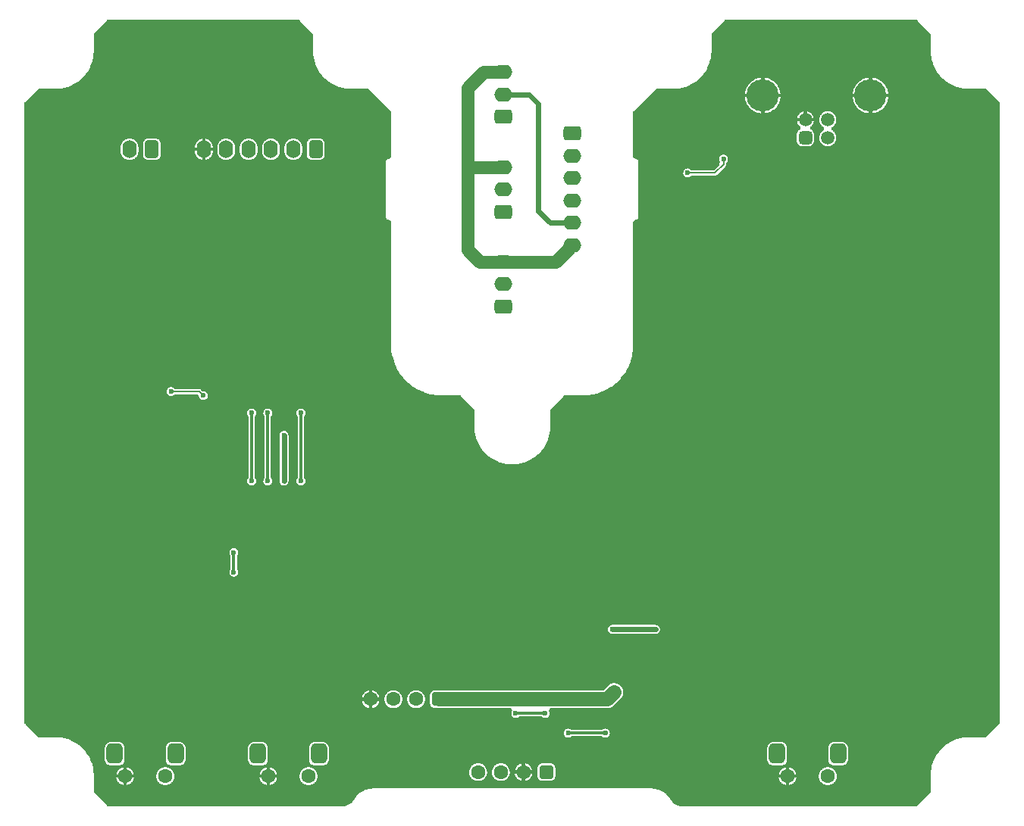
<source format=gbl>
G04*
G04 #@! TF.GenerationSoftware,Altium Limited,Altium Designer,20.1.12 (249)*
G04*
G04 Layer_Physical_Order=2*
G04 Layer_Color=11436288*
%FSLAX25Y25*%
%MOIN*%
G70*
G04*
G04 #@! TF.SameCoordinates,1D8D0487-A391-4BDE-A0F4-8CBC614C10EB*
G04*
G04*
G04 #@! TF.FilePolarity,Positive*
G04*
G01*
G75*
%ADD10C,0.00787*%
%ADD12C,0.01181*%
%ADD46C,0.06299*%
%ADD55C,0.02362*%
%ADD78C,0.02362*%
%ADD79C,0.05512*%
%ADD80C,0.06299*%
%ADD81C,0.01575*%
%ADD83O,0.07874X0.06299*%
G04:AMPARAMS|DCode=84|XSize=62.99mil|YSize=78.74mil|CornerRadius=15.75mil|HoleSize=0mil|Usage=FLASHONLY|Rotation=270.000|XOffset=0mil|YOffset=0mil|HoleType=Round|Shape=RoundedRectangle|*
%AMROUNDEDRECTD84*
21,1,0.06299,0.04724,0,0,270.0*
21,1,0.03150,0.07874,0,0,270.0*
1,1,0.03150,-0.02362,-0.01575*
1,1,0.03150,-0.02362,0.01575*
1,1,0.03150,0.02362,0.01575*
1,1,0.03150,0.02362,-0.01575*
%
%ADD84ROUNDEDRECTD84*%
%ADD85C,0.14173*%
%ADD86C,0.05906*%
G04:AMPARAMS|DCode=87|XSize=59.06mil|YSize=59.06mil|CornerRadius=14.76mil|HoleSize=0mil|Usage=FLASHONLY|Rotation=180.000|XOffset=0mil|YOffset=0mil|HoleType=Round|Shape=RoundedRectangle|*
%AMROUNDEDRECTD87*
21,1,0.05906,0.02953,0,0,180.0*
21,1,0.02953,0.05906,0,0,180.0*
1,1,0.02953,-0.01476,0.01476*
1,1,0.02953,0.01476,0.01476*
1,1,0.02953,0.01476,-0.01476*
1,1,0.02953,-0.01476,-0.01476*
%
%ADD87ROUNDEDRECTD87*%
G04:AMPARAMS|DCode=88|XSize=62.99mil|YSize=62.99mil|CornerRadius=15.75mil|HoleSize=0mil|Usage=FLASHONLY|Rotation=180.000|XOffset=0mil|YOffset=0mil|HoleType=Round|Shape=RoundedRectangle|*
%AMROUNDEDRECTD88*
21,1,0.06299,0.03150,0,0,180.0*
21,1,0.03150,0.06299,0,0,180.0*
1,1,0.03150,-0.01575,0.01575*
1,1,0.03150,0.01575,0.01575*
1,1,0.03150,0.01575,-0.01575*
1,1,0.03150,-0.01575,-0.01575*
%
%ADD88ROUNDEDRECTD88*%
G04:AMPARAMS|DCode=89|XSize=62.99mil|YSize=62.99mil|CornerRadius=15.75mil|HoleSize=0mil|Usage=FLASHONLY|Rotation=270.000|XOffset=0mil|YOffset=0mil|HoleType=Round|Shape=RoundedRectangle|*
%AMROUNDEDRECTD89*
21,1,0.06299,0.03150,0,0,270.0*
21,1,0.03150,0.06299,0,0,270.0*
1,1,0.03150,-0.01575,-0.01575*
1,1,0.03150,-0.01575,0.01575*
1,1,0.03150,0.01575,0.01575*
1,1,0.03150,0.01575,-0.01575*
%
%ADD89ROUNDEDRECTD89*%
%ADD90O,0.06299X0.07874*%
G04:AMPARAMS|DCode=91|XSize=62.99mil|YSize=78.74mil|CornerRadius=15.75mil|HoleSize=0mil|Usage=FLASHONLY|Rotation=180.000|XOffset=0mil|YOffset=0mil|HoleType=Round|Shape=RoundedRectangle|*
%AMROUNDEDRECTD91*
21,1,0.06299,0.04724,0,0,180.0*
21,1,0.03150,0.07874,0,0,180.0*
1,1,0.03150,-0.01575,0.02362*
1,1,0.03150,0.01575,0.02362*
1,1,0.03150,0.01575,-0.02362*
1,1,0.03150,-0.01575,-0.02362*
%
%ADD91ROUNDEDRECTD91*%
G04:AMPARAMS|DCode=92|XSize=70.87mil|YSize=86.61mil|CornerRadius=17.72mil|HoleSize=0mil|Usage=FLASHONLY|Rotation=180.000|XOffset=0mil|YOffset=0mil|HoleType=Round|Shape=RoundedRectangle|*
%AMROUNDEDRECTD92*
21,1,0.07087,0.05118,0,0,180.0*
21,1,0.03543,0.08661,0,0,180.0*
1,1,0.03543,-0.01772,0.02559*
1,1,0.03543,0.01772,0.02559*
1,1,0.03543,0.01772,-0.02559*
1,1,0.03543,-0.01772,-0.02559*
%
%ADD92ROUNDEDRECTD92*%
G36*
X394685Y348387D02*
X394694Y348271D01*
X394730Y348120D01*
X394790Y347977D01*
X394871Y347845D01*
X394971Y347727D01*
X400588Y342111D01*
Y334672D01*
X400587Y334646D01*
X400601Y333954D01*
X400644Y333264D01*
X400715Y332576D01*
X400815Y331891D01*
X400943Y331211D01*
X401099Y330537D01*
X401283Y329870D01*
X401494Y329211D01*
X401732Y328562D01*
X401997Y327923D01*
X402287Y327295D01*
X402604Y326680D01*
X402946Y326079D01*
X403312Y325492D01*
X403702Y324921D01*
X404116Y324366D01*
X404552Y323829D01*
X405010Y323311D01*
X405489Y322812D01*
X405988Y322333D01*
X406506Y321875D01*
X407043Y321439D01*
X407598Y321025D01*
X408169Y320635D01*
X408756Y320269D01*
X409357Y319927D01*
X409972Y319610D01*
X410600Y319319D01*
X411239Y319055D01*
X411889Y318817D01*
X412547Y318605D01*
X413214Y318422D01*
X413888Y318266D01*
X414568Y318138D01*
X415253Y318038D01*
X415941Y317967D01*
X416631Y317924D01*
X417323Y317910D01*
X417348Y317910D01*
X424788D01*
X430404Y312294D01*
X430522Y312193D01*
X430654Y312112D01*
X430797Y312053D01*
X430948Y312017D01*
X431064Y312008D01*
Y38386D01*
X430948Y38377D01*
X430797Y38340D01*
X430654Y38281D01*
X430522Y38200D01*
X430404Y38100D01*
X424788Y32483D01*
X417349D01*
X417323Y32484D01*
X416631Y32470D01*
X415941Y32427D01*
X415253Y32355D01*
X414568Y32256D01*
X413888Y32128D01*
X413214Y31972D01*
X412547Y31788D01*
X411889Y31577D01*
X411239Y31339D01*
X410600Y31074D01*
X409972Y30783D01*
X409357Y30467D01*
X408756Y30125D01*
X408169Y29759D01*
X407598Y29368D01*
X407043Y28955D01*
X406506Y28519D01*
X405988Y28061D01*
X405489Y27582D01*
X405010Y27083D01*
X404552Y26564D01*
X404116Y26027D01*
X403702Y25473D01*
X403312Y24902D01*
X402946Y24315D01*
X402604Y23713D01*
X402287Y23098D01*
X401997Y22471D01*
X401732Y21832D01*
X401494Y21182D01*
X401283Y20523D01*
X401099Y19856D01*
X400943Y19183D01*
X400815Y18503D01*
X400715Y17818D01*
X400644Y17130D01*
X400601Y16440D01*
X400587Y15748D01*
X400588Y15722D01*
Y8283D01*
X394971Y2667D01*
X394870Y2549D01*
X394790Y2417D01*
X394730Y2273D01*
X394694Y2123D01*
X394685Y2007D01*
X290954D01*
X290192Y2107D01*
X289449Y2306D01*
X288738Y2601D01*
X288072Y2985D01*
X287462Y3453D01*
X286918Y3997D01*
X286450Y4608D01*
X286258Y4941D01*
X286236Y4966D01*
X286224Y4997D01*
X285952Y5434D01*
X285884Y5507D01*
X285840Y5596D01*
X285213Y6414D01*
X285113Y6501D01*
X285039Y6611D01*
X284311Y7339D01*
X284201Y7413D01*
X284114Y7512D01*
X283297Y8139D01*
X283178Y8198D01*
X283078Y8285D01*
X282187Y8800D01*
X282061Y8843D01*
X281951Y8916D01*
X280999Y9310D01*
X280870Y9336D01*
X280751Y9395D01*
X279756Y9661D01*
X279624Y9670D01*
X279499Y9713D01*
X278477Y9847D01*
X278378Y9841D01*
X278281Y9863D01*
X277766Y9880D01*
X277733Y9875D01*
X277700Y9881D01*
X155370D01*
X155338Y9875D01*
X155305Y9880D01*
X154790Y9863D01*
X154693Y9841D01*
X154594Y9847D01*
X153572Y9713D01*
X153447Y9670D01*
X153315Y9661D01*
X152320Y9395D01*
X152201Y9336D01*
X152071Y9310D01*
X151120Y8916D01*
X151010Y8843D01*
X150884Y8800D01*
X149992Y8285D01*
X149893Y8198D01*
X149774Y8139D01*
X148957Y7512D01*
X148870Y7413D01*
X148760Y7339D01*
X148031Y6611D01*
X147958Y6501D01*
X147858Y6414D01*
X147231Y5596D01*
X147187Y5507D01*
X147119Y5434D01*
X146847Y4997D01*
X146835Y4966D01*
X146813Y4941D01*
X146621Y4608D01*
X146153Y3997D01*
X145609Y3453D01*
X144999Y2985D01*
X144333Y2601D01*
X143622Y2306D01*
X142879Y2107D01*
X142117Y2007D01*
X38386D01*
X38377Y2123D01*
X38340Y2274D01*
X38281Y2417D01*
X38200Y2549D01*
X38100Y2667D01*
X32483Y8283D01*
Y15721D01*
X32484Y15748D01*
X32469Y16440D01*
X32427Y17130D01*
X32355Y17818D01*
X32256Y18503D01*
X32128Y19183D01*
X31972Y19856D01*
X31788Y20523D01*
X31577Y21182D01*
X31339Y21832D01*
X31074Y22471D01*
X30783Y23098D01*
X30467Y23713D01*
X30125Y24315D01*
X29759Y24902D01*
X29368Y25473D01*
X28955Y26027D01*
X28519Y26564D01*
X28061Y27083D01*
X27582Y27582D01*
X27083Y28061D01*
X26564Y28519D01*
X26027Y28955D01*
X25473Y29368D01*
X24902Y29759D01*
X24315Y30125D01*
X23713Y30467D01*
X23098Y30783D01*
X22471Y31074D01*
X21832Y31339D01*
X21182Y31577D01*
X20523Y31788D01*
X19856Y31972D01*
X19183Y32128D01*
X18503Y32256D01*
X17818Y32355D01*
X17130Y32427D01*
X16440Y32470D01*
X15748Y32484D01*
X15722Y32483D01*
X8283D01*
X2667Y38100D01*
X2549Y38200D01*
X2417Y38281D01*
X2273Y38341D01*
X2123Y38377D01*
X2007Y38386D01*
Y312008D01*
X2123Y312017D01*
X2274Y312053D01*
X2417Y312112D01*
X2549Y312193D01*
X2667Y312294D01*
X8283Y317910D01*
X15721D01*
X15748Y317910D01*
X16440Y317924D01*
X17130Y317967D01*
X17818Y318038D01*
X18503Y318138D01*
X19183Y318266D01*
X19856Y318422D01*
X20523Y318605D01*
X21182Y318817D01*
X21832Y319055D01*
X22471Y319319D01*
X23098Y319610D01*
X23713Y319927D01*
X24315Y320269D01*
X24902Y320635D01*
X25473Y321025D01*
X26027Y321439D01*
X26564Y321875D01*
X27083Y322333D01*
X27582Y322812D01*
X28061Y323311D01*
X28519Y323829D01*
X28955Y324366D01*
X29368Y324921D01*
X29759Y325492D01*
X30125Y326079D01*
X30467Y326680D01*
X30783Y327295D01*
X31074Y327923D01*
X31339Y328562D01*
X31577Y329211D01*
X31788Y329870D01*
X31972Y330537D01*
X32128Y331211D01*
X32256Y331891D01*
X32355Y332576D01*
X32427Y333264D01*
X32469Y333954D01*
X32484Y334646D01*
X32483Y334671D01*
Y342111D01*
X38100Y347727D01*
X38200Y347845D01*
X38281Y347977D01*
X38340Y348120D01*
X38377Y348271D01*
X38386Y348387D01*
X123031D01*
X123041Y348271D01*
X123077Y348120D01*
X123136Y347977D01*
X123217Y347845D01*
X123318Y347727D01*
X128934Y342111D01*
Y334672D01*
X128933Y334646D01*
X128948Y333954D01*
X128991Y333264D01*
X129062Y332576D01*
X129162Y331891D01*
X129290Y331211D01*
X129446Y330537D01*
X129629Y329870D01*
X129840Y329211D01*
X130078Y328562D01*
X130343Y327923D01*
X130634Y327295D01*
X130950Y326680D01*
X131292Y326079D01*
X131659Y325492D01*
X132049Y324921D01*
X132462Y324366D01*
X132898Y323829D01*
X133356Y323311D01*
X133835Y322812D01*
X134334Y322333D01*
X134853Y321875D01*
X135390Y321439D01*
X135944Y321025D01*
X136516Y320635D01*
X137102Y320269D01*
X137704Y319927D01*
X138319Y319610D01*
X138947Y319319D01*
X139586Y319055D01*
X140235Y318817D01*
X140894Y318605D01*
X141561Y318422D01*
X142235Y318266D01*
X142915Y318138D01*
X143599Y318038D01*
X144287Y317967D01*
X144978Y317924D01*
X145669Y317910D01*
X145695Y317910D01*
X153134D01*
X162688Y308357D01*
X162805Y308256D01*
X162938Y308175D01*
X163081Y308116D01*
X163231Y308080D01*
X163383Y308068D01*
Y287875D01*
X163212Y287611D01*
X163143Y287539D01*
X162655Y287188D01*
X162205Y287012D01*
X162019Y286997D01*
X161839Y286953D01*
X161667Y286882D01*
X161508Y286785D01*
X161367Y286665D01*
X161246Y286523D01*
X161149Y286365D01*
X161078Y286193D01*
X161035Y286012D01*
X161020Y285827D01*
Y261417D01*
X161035Y261232D01*
X161078Y261051D01*
X161149Y260879D01*
X161246Y260721D01*
X161367Y260580D01*
X161508Y260459D01*
X161667Y260362D01*
X161839Y260291D01*
X162019Y260247D01*
X162205Y260233D01*
X162655Y260056D01*
X163143Y259705D01*
X163212Y259634D01*
X163383Y259369D01*
X163383Y204724D01*
X163383Y203434D01*
X163384Y203416D01*
X163383Y203397D01*
X163390Y203306D01*
X163395Y203213D01*
X163398Y203195D01*
X163400Y203177D01*
X163736Y200618D01*
X163740Y200600D01*
X163742Y200582D01*
X163760Y200491D01*
X163777Y200401D01*
X163783Y200384D01*
X163787Y200365D01*
X164455Y197873D01*
X164460Y197855D01*
X164464Y197837D01*
X164495Y197751D01*
X164524Y197663D01*
X164531Y197646D01*
X164538Y197629D01*
X165525Y195245D01*
X165533Y195228D01*
X165539Y195211D01*
X165581Y195129D01*
X165621Y195045D01*
X165631Y195030D01*
X165639Y195013D01*
X166929Y192779D01*
X166939Y192763D01*
X166948Y192747D01*
X167000Y192671D01*
X167050Y192594D01*
X167062Y192579D01*
X167072Y192564D01*
X168643Y190517D01*
X168655Y190503D01*
X168666Y190488D01*
X168728Y190419D01*
X168788Y190349D01*
X168801Y190337D01*
X168813Y190323D01*
X170638Y188498D01*
X170652Y188486D01*
X170664Y188473D01*
X170734Y188412D01*
X170803Y188351D01*
X170818Y188340D01*
X170832Y188328D01*
X172879Y186758D01*
X172895Y186747D01*
X172909Y186735D01*
X172986Y186685D01*
X173062Y186633D01*
X173078Y186624D01*
X173094Y186614D01*
X175328Y185324D01*
X175345Y185316D01*
X175361Y185306D01*
X175443Y185266D01*
X175526Y185224D01*
X175543Y185218D01*
X175560Y185210D01*
X177944Y184222D01*
X177961Y184216D01*
X177978Y184209D01*
X178066Y184180D01*
X178152Y184150D01*
X178170Y184145D01*
X178188Y184140D01*
X180680Y183472D01*
X180699Y183468D01*
X180716Y183463D01*
X180806Y183446D01*
X180897Y183427D01*
X180915Y183425D01*
X180933Y183421D01*
X183492Y183085D01*
X183510Y183083D01*
X183528Y183080D01*
X183620Y183075D01*
X183712Y183068D01*
X183731Y183069D01*
X183749Y183068D01*
X185039Y183068D01*
X193874D01*
X193895Y183046D01*
X193907Y182891D01*
X193943Y182741D01*
X194002Y182597D01*
X194083Y182465D01*
X194184Y182348D01*
X199800Y176731D01*
Y169291D01*
X199800D01*
X199814Y168600D01*
X199857Y167909D01*
X199928Y167221D01*
X200028Y166537D01*
X200156Y165857D01*
X200312Y165183D01*
X200495Y164516D01*
X200706Y163857D01*
X200944Y163208D01*
X201209Y162569D01*
X201500Y161941D01*
X201817Y161326D01*
X202158Y160724D01*
X202525Y160138D01*
X202915Y159566D01*
X203328Y159012D01*
X203765Y158475D01*
X204222Y157956D01*
X204701Y157457D01*
X205201Y156978D01*
X205719Y156520D01*
X206256Y156084D01*
X206811Y155671D01*
X207382Y155281D01*
X207969Y154914D01*
X208570Y154573D01*
X209185Y154256D01*
X209813Y153965D01*
X210452Y153700D01*
X211101Y153462D01*
X211760Y153251D01*
X212427Y153068D01*
X213101Y152912D01*
X213781Y152784D01*
X214465Y152684D01*
X215153Y152613D01*
X215844Y152570D01*
X216535Y152556D01*
X217227Y152570D01*
X217917Y152613D01*
X218605Y152684D01*
X219290Y152784D01*
X219970Y152912D01*
X220644Y153068D01*
X221311Y153251D01*
X221970Y153462D01*
X222619Y153700D01*
X223258Y153965D01*
X223886Y154256D01*
X224501Y154573D01*
X225102Y154914D01*
X225689Y155281D01*
X226260Y155671D01*
X226815Y156084D01*
X227352Y156520D01*
X227870Y156978D01*
X228369Y157457D01*
X228848Y157956D01*
X229306Y158475D01*
X229742Y159012D01*
X230156Y159566D01*
X230546Y160138D01*
X230912Y160724D01*
X231254Y161326D01*
X231571Y161941D01*
X231862Y162569D01*
X232126Y163208D01*
X232365Y163857D01*
X232575Y164516D01*
X232759Y165183D01*
X232915Y165857D01*
X233043Y166537D01*
X233143Y167221D01*
X233214Y167909D01*
X233257Y168600D01*
X233271Y169291D01*
X233271D01*
Y176756D01*
X238887Y182373D01*
X238988Y182491D01*
X239069Y182623D01*
X239128Y182766D01*
X239164Y182916D01*
X239176Y183068D01*
X248031Y183068D01*
X249322Y183068D01*
X249340Y183069D01*
X249359Y183068D01*
X249450Y183075D01*
X249542Y183080D01*
X249561Y183083D01*
X249579Y183085D01*
X252137Y183421D01*
X252155Y183425D01*
X252174Y183427D01*
X252264Y183446D01*
X252355Y183463D01*
X252372Y183468D01*
X252390Y183472D01*
X254883Y184140D01*
X254900Y184145D01*
X254918Y184150D01*
X255005Y184180D01*
X255093Y184209D01*
X255110Y184216D01*
X255127Y184222D01*
X257511Y185210D01*
X257528Y185218D01*
X257545Y185224D01*
X257627Y185266D01*
X257710Y185306D01*
X257726Y185316D01*
X257742Y185324D01*
X259977Y186614D01*
X259993Y186625D01*
X260009Y186633D01*
X260085Y186685D01*
X260162Y186735D01*
X260176Y186747D01*
X260192Y186758D01*
X262239Y188328D01*
X262253Y188340D01*
X262268Y188351D01*
X262337Y188413D01*
X262406Y188473D01*
X262419Y188486D01*
X262433Y188498D01*
X264257Y190323D01*
X264270Y190337D01*
X264283Y190349D01*
X264343Y190419D01*
X264405Y190488D01*
X264415Y190503D01*
X264427Y190517D01*
X265998Y192564D01*
X266009Y192580D01*
X266020Y192594D01*
X266071Y192671D01*
X266123Y192747D01*
X266131Y192763D01*
X266142Y192779D01*
X267432Y195013D01*
X267440Y195030D01*
X267450Y195045D01*
X267490Y195129D01*
X267531Y195211D01*
X267538Y195228D01*
X267546Y195245D01*
X268533Y197629D01*
X268539Y197646D01*
X268547Y197663D01*
X268576Y197751D01*
X268606Y197837D01*
X268610Y197855D01*
X268616Y197873D01*
X269284Y200365D01*
X269288Y200384D01*
X269293Y200401D01*
X269310Y200491D01*
X269329Y200582D01*
X269331Y200600D01*
X269334Y200618D01*
X269671Y203177D01*
X269673Y203195D01*
X269676Y203213D01*
X269681Y203306D01*
X269688Y203397D01*
X269687Y203416D01*
X269688Y203434D01*
Y204724D01*
Y259369D01*
X269859Y259634D01*
X269928Y259705D01*
X270416Y260056D01*
X270866Y260233D01*
X271052Y260247D01*
X271232Y260291D01*
X271404Y260362D01*
X271563Y260459D01*
X271704Y260580D01*
X271825Y260721D01*
X271922Y260879D01*
X271993Y261051D01*
X272036Y261232D01*
X272051Y261417D01*
Y285827D01*
X272036Y286012D01*
X271993Y286193D01*
X271922Y286365D01*
X271825Y286523D01*
X271704Y286665D01*
X271563Y286785D01*
X271404Y286882D01*
X271232Y286953D01*
X271052Y286997D01*
X270866Y287012D01*
X270416Y287188D01*
X269928Y287539D01*
X269859Y287610D01*
X269688Y287875D01*
Y308068D01*
X269840Y308080D01*
X269990Y308116D01*
X270133Y308175D01*
X270265Y308256D01*
X270383Y308357D01*
X279937Y317910D01*
X287375D01*
X287402Y317910D01*
X288093Y317924D01*
X288784Y317967D01*
X289472Y318038D01*
X290156Y318138D01*
X290836Y318266D01*
X291510Y318422D01*
X292177Y318605D01*
X292836Y318817D01*
X293485Y319055D01*
X294124Y319319D01*
X294752Y319610D01*
X295367Y319927D01*
X295968Y320269D01*
X296555Y320635D01*
X297126Y321025D01*
X297681Y321439D01*
X298218Y321875D01*
X298736Y322333D01*
X299236Y322812D01*
X299714Y323311D01*
X300172Y323829D01*
X300608Y324366D01*
X301022Y324921D01*
X301412Y325492D01*
X301779Y326079D01*
X302120Y326680D01*
X302437Y327295D01*
X302728Y327923D01*
X302993Y328562D01*
X303231Y329211D01*
X303442Y329870D01*
X303625Y330537D01*
X303781Y331211D01*
X303909Y331891D01*
X304009Y332576D01*
X304080Y333264D01*
X304123Y333954D01*
X304137Y334646D01*
X304137Y334671D01*
Y342111D01*
X309753Y347727D01*
X309854Y347845D01*
X309935Y347977D01*
X309994Y348120D01*
X310030Y348271D01*
X310039Y348387D01*
X394685Y348387D01*
D02*
G37*
%LPC*%
G36*
X374882Y322835D02*
Y315787D01*
X381929D01*
X381915Y315950D01*
X381843Y316420D01*
X381743Y316885D01*
X381615Y317344D01*
X381460Y317793D01*
X381278Y318233D01*
X381070Y318661D01*
X380836Y319075D01*
X380578Y319475D01*
X380296Y319858D01*
X379991Y320224D01*
X379665Y320570D01*
X379318Y320897D01*
X378953Y321201D01*
X378570Y321483D01*
X378170Y321742D01*
X377755Y321975D01*
X377328Y322184D01*
X376888Y322366D01*
X376438Y322521D01*
X375980Y322649D01*
X375515Y322749D01*
X375044Y322820D01*
X374882Y322835D01*
D02*
G37*
G36*
X327480D02*
Y315787D01*
X334528D01*
X334513Y315950D01*
X334441Y316420D01*
X334342Y316885D01*
X334214Y317344D01*
X334059Y317793D01*
X333876Y318233D01*
X333668Y318661D01*
X333434Y319075D01*
X333176Y319475D01*
X332894Y319858D01*
X332589Y320224D01*
X332263Y320570D01*
X331917Y320897D01*
X331551Y321201D01*
X331168Y321483D01*
X330768Y321742D01*
X330354Y321975D01*
X329926Y322184D01*
X329486Y322366D01*
X329036Y322521D01*
X328578Y322649D01*
X328113Y322749D01*
X327642Y322820D01*
X327480Y322835D01*
D02*
G37*
G36*
X325905Y322835D02*
X325743Y322820D01*
X325273Y322749D01*
X324808Y322649D01*
X324349Y322521D01*
X323900Y322366D01*
X323460Y322184D01*
X323032Y321975D01*
X322618Y321742D01*
X322218Y321483D01*
X321835Y321201D01*
X321469Y320897D01*
X321123Y320570D01*
X320796Y320224D01*
X320492Y319858D01*
X320210Y319475D01*
X319951Y319075D01*
X319718Y318661D01*
X319509Y318233D01*
X319327Y317793D01*
X319172Y317344D01*
X319044Y316885D01*
X318944Y316420D01*
X318873Y315950D01*
X318858Y315787D01*
X325905D01*
Y322835D01*
D02*
G37*
G36*
X373307Y322835D02*
X373145Y322820D01*
X372674Y322749D01*
X372209Y322649D01*
X371751Y322521D01*
X371301Y322366D01*
X370861Y322184D01*
X370434Y321975D01*
X370019Y321742D01*
X369619Y321483D01*
X369236Y321201D01*
X368871Y320897D01*
X368524Y320570D01*
X368198Y320224D01*
X367893Y319858D01*
X367611Y319475D01*
X367353Y319075D01*
X367119Y318661D01*
X366911Y318233D01*
X366729Y317793D01*
X366574Y317344D01*
X366446Y316885D01*
X366346Y316420D01*
X366274Y315950D01*
X366260Y315787D01*
X373307D01*
Y322835D01*
D02*
G37*
G36*
X325905Y314213D02*
X318858D01*
X318873Y314051D01*
X318944Y313580D01*
X319044Y313115D01*
X319172Y312656D01*
X319327Y312207D01*
X319509Y311767D01*
X319718Y311339D01*
X319951Y310925D01*
X320210Y310525D01*
X320492Y310142D01*
X320796Y309776D01*
X321123Y309430D01*
X321469Y309103D01*
X321835Y308799D01*
X322218Y308517D01*
X322618Y308259D01*
X323032Y308025D01*
X323460Y307816D01*
X323900Y307634D01*
X324349Y307479D01*
X324808Y307351D01*
X325273Y307251D01*
X325743Y307180D01*
X325905Y307165D01*
Y314213D01*
D02*
G37*
G36*
X381929D02*
X374882D01*
Y307165D01*
X375044Y307180D01*
X375515Y307251D01*
X375980Y307351D01*
X376438Y307479D01*
X376888Y307634D01*
X377328Y307816D01*
X377755Y308025D01*
X378170Y308259D01*
X378570Y308517D01*
X378953Y308799D01*
X379318Y309103D01*
X379665Y309430D01*
X379991Y309776D01*
X380296Y310142D01*
X380578Y310525D01*
X380836Y310925D01*
X381070Y311339D01*
X381278Y311767D01*
X381460Y312207D01*
X381615Y312656D01*
X381743Y313115D01*
X381843Y313580D01*
X381915Y314051D01*
X381929Y314213D01*
D02*
G37*
G36*
X373307D02*
X366260D01*
X366274Y314051D01*
X366346Y313580D01*
X366446Y313115D01*
X366574Y312656D01*
X366729Y312207D01*
X366911Y311767D01*
X367119Y311339D01*
X367353Y310925D01*
X367611Y310525D01*
X367893Y310142D01*
X368198Y309776D01*
X368524Y309430D01*
X368871Y309103D01*
X369236Y308799D01*
X369619Y308517D01*
X370019Y308259D01*
X370434Y308025D01*
X370861Y307816D01*
X371301Y307634D01*
X371751Y307479D01*
X372209Y307351D01*
X372674Y307251D01*
X373145Y307180D01*
X373307Y307165D01*
Y314213D01*
D02*
G37*
G36*
X334528D02*
X327480D01*
Y307165D01*
X327642Y307180D01*
X328113Y307251D01*
X328578Y307351D01*
X329036Y307479D01*
X329486Y307634D01*
X329926Y307816D01*
X330354Y308025D01*
X330768Y308259D01*
X331168Y308517D01*
X331551Y308799D01*
X331917Y309103D01*
X332263Y309430D01*
X332589Y309776D01*
X332894Y310142D01*
X333176Y310525D01*
X333434Y310925D01*
X333668Y311339D01*
X333876Y311767D01*
X334059Y312207D01*
X334214Y312656D01*
X334342Y313115D01*
X334441Y313580D01*
X334513Y314051D01*
X334528Y314213D01*
D02*
G37*
G36*
X346260Y307987D02*
Y305118D01*
X349129D01*
X349089Y305300D01*
X348990Y305611D01*
X348865Y305913D01*
X348715Y306203D01*
X348539Y306478D01*
X348340Y306737D01*
X348120Y306978D01*
X347879Y307199D01*
X347620Y307397D01*
X347344Y307573D01*
X347055Y307724D01*
X346753Y307849D01*
X346441Y307947D01*
X346260Y307987D01*
D02*
G37*
G36*
X344685Y307987D02*
X344503Y307947D01*
X344192Y307849D01*
X343890Y307724D01*
X343601Y307573D01*
X343325Y307397D01*
X343066Y307199D01*
X342825Y306978D01*
X342605Y306737D01*
X342406Y306478D01*
X342230Y306203D01*
X342079Y305913D01*
X341954Y305611D01*
X341856Y305300D01*
X341816Y305118D01*
X344685D01*
Y307987D01*
D02*
G37*
G36*
X355315Y308074D02*
X354989Y308060D01*
X354665Y308017D01*
X354346Y307947D01*
X354034Y307849D01*
X353733Y307724D01*
X353443Y307573D01*
X353168Y307397D01*
X352909Y307199D01*
X352668Y306978D01*
X352447Y306737D01*
X352248Y306478D01*
X352073Y306203D01*
X351922Y305913D01*
X351797Y305611D01*
X351699Y305300D01*
X351628Y304981D01*
X351586Y304657D01*
X351571Y304331D01*
X351586Y304004D01*
X351628Y303681D01*
X351699Y303362D01*
X351797Y303050D01*
X351922Y302748D01*
X352073Y302459D01*
X352248Y302183D01*
X352447Y301924D01*
X352668Y301683D01*
X352909Y301463D01*
X353168Y301264D01*
X353443Y301089D01*
X353529Y301044D01*
X353640Y300394D01*
X353529Y299744D01*
X353443Y299699D01*
X353168Y299523D01*
X352909Y299324D01*
X352668Y299104D01*
X352447Y298863D01*
X352248Y298604D01*
X352073Y298328D01*
X351922Y298039D01*
X351797Y297737D01*
X351699Y297426D01*
X351628Y297107D01*
X351586Y296783D01*
X351571Y296457D01*
X351586Y296130D01*
X351628Y295807D01*
X351699Y295488D01*
X351797Y295176D01*
X351922Y294875D01*
X352073Y294585D01*
X352248Y294309D01*
X352447Y294050D01*
X352668Y293810D01*
X352909Y293589D01*
X353168Y293390D01*
X353443Y293215D01*
X353733Y293064D01*
X354034Y292939D01*
X354346Y292841D01*
X354665Y292770D01*
X354989Y292727D01*
X355315Y292713D01*
X355641Y292727D01*
X355965Y292770D01*
X356284Y292841D01*
X356595Y292939D01*
X356897Y293064D01*
X357187Y293215D01*
X357462Y293390D01*
X357721Y293589D01*
X357962Y293810D01*
X358183Y294050D01*
X358382Y294309D01*
X358557Y294585D01*
X358708Y294875D01*
X358833Y295176D01*
X358931Y295488D01*
X359002Y295807D01*
X359044Y296130D01*
X359059Y296457D01*
X359044Y296783D01*
X359002Y297107D01*
X358931Y297426D01*
X358833Y297737D01*
X358708Y298039D01*
X358557Y298328D01*
X358382Y298604D01*
X358183Y298863D01*
X357962Y299104D01*
X357721Y299324D01*
X357462Y299523D01*
X357187Y299699D01*
X357101Y299744D01*
X356990Y300394D01*
X357101Y301044D01*
X357187Y301089D01*
X357462Y301264D01*
X357721Y301463D01*
X357962Y301683D01*
X358183Y301924D01*
X358382Y302183D01*
X358557Y302459D01*
X358708Y302748D01*
X358833Y303050D01*
X358931Y303362D01*
X359002Y303681D01*
X359044Y304004D01*
X359059Y304331D01*
X359044Y304657D01*
X359002Y304981D01*
X358931Y305300D01*
X358833Y305611D01*
X358708Y305913D01*
X358557Y306203D01*
X358382Y306478D01*
X358183Y306737D01*
X357962Y306978D01*
X357721Y307199D01*
X357462Y307397D01*
X357187Y307573D01*
X356897Y307724D01*
X356595Y307849D01*
X356284Y307947D01*
X355965Y308017D01*
X355641Y308060D01*
X355315Y308074D01*
D02*
G37*
G36*
X349129Y303543D02*
X345472D01*
X341816D01*
X341856Y303362D01*
X341954Y303050D01*
X342079Y302748D01*
X342230Y302459D01*
X342406Y302183D01*
X342605Y301924D01*
X342825Y301683D01*
X343066Y301463D01*
X343280Y301299D01*
X343319Y301082D01*
X343268Y300367D01*
X343106Y300015D01*
X343012Y299976D01*
X342790Y299853D01*
X342582Y299706D01*
X342393Y299536D01*
X342223Y299347D01*
X342076Y299139D01*
X341953Y298917D01*
X341856Y298682D01*
X341786Y298438D01*
X341743Y298187D01*
X341729Y297933D01*
Y294980D01*
X341743Y294726D01*
X341786Y294476D01*
X341856Y294232D01*
X341953Y293997D01*
X342076Y293774D01*
X342223Y293567D01*
X342393Y293377D01*
X342582Y293208D01*
X342790Y293060D01*
X343012Y292937D01*
X343247Y292840D01*
X343492Y292770D01*
X343742Y292727D01*
X343996Y292713D01*
X346949D01*
X347203Y292727D01*
X347453Y292770D01*
X347698Y292840D01*
X347933Y292937D01*
X348155Y293060D01*
X348362Y293208D01*
X348552Y293377D01*
X348722Y293567D01*
X348869Y293774D01*
X348992Y293997D01*
X349089Y294232D01*
X349159Y294476D01*
X349202Y294726D01*
X349216Y294980D01*
Y297933D01*
X349202Y298187D01*
X349159Y298438D01*
X349089Y298682D01*
X348992Y298917D01*
X348869Y299139D01*
X348722Y299347D01*
X348552Y299536D01*
X348362Y299706D01*
X348155Y299853D01*
X347933Y299976D01*
X347839Y300015D01*
X347677Y300367D01*
X347625Y301082D01*
X347665Y301299D01*
X347879Y301463D01*
X348120Y301683D01*
X348340Y301924D01*
X348539Y302183D01*
X348715Y302459D01*
X348865Y302748D01*
X348990Y303050D01*
X349089Y303362D01*
X349129Y303543D01*
D02*
G37*
G36*
X81693Y295984D02*
Y292126D01*
X84846D01*
Y292126D01*
X84831Y292470D01*
X84786Y292810D01*
X84712Y293146D01*
X84609Y293474D01*
X84477Y293791D01*
X84318Y294096D01*
X84134Y294386D01*
X83924Y294659D01*
X83692Y294913D01*
X83439Y295145D01*
X83166Y295354D01*
X82876Y295539D01*
X82571Y295697D01*
X82253Y295829D01*
X81925Y295933D01*
X81693Y295984D01*
D02*
G37*
G36*
X80118Y295984D02*
X79886Y295933D01*
X79558Y295829D01*
X79240Y295697D01*
X78935Y295539D01*
X78645Y295354D01*
X78372Y295145D01*
X78119Y294913D01*
X77887Y294659D01*
X77677Y294386D01*
X77493Y294096D01*
X77334Y293791D01*
X77202Y293474D01*
X77099Y293146D01*
X77025Y292810D01*
X76980Y292470D01*
X76965Y292126D01*
Y292126D01*
X80118D01*
Y295984D01*
D02*
G37*
G36*
X84846Y290551D02*
X81693D01*
Y286693D01*
X81925Y286745D01*
X82253Y286848D01*
X82571Y286980D01*
X82876Y287138D01*
X83166Y287323D01*
X83439Y287532D01*
X83692Y287765D01*
X83924Y288018D01*
X84134Y288291D01*
X84318Y288581D01*
X84477Y288886D01*
X84609Y289203D01*
X84712Y289531D01*
X84786Y289867D01*
X84831Y290208D01*
X84846Y290551D01*
D02*
G37*
G36*
X80118D02*
X76965D01*
X76980Y290208D01*
X77025Y289867D01*
X77099Y289531D01*
X77202Y289203D01*
X77334Y288886D01*
X77493Y288581D01*
X77677Y288291D01*
X77887Y288018D01*
X78119Y287765D01*
X78372Y287532D01*
X78645Y287323D01*
X78935Y287138D01*
X79240Y286980D01*
X79558Y286848D01*
X79886Y286745D01*
X80118Y286693D01*
Y290551D01*
D02*
G37*
G36*
X131693Y296067D02*
X128543D01*
X128278Y296052D01*
X128017Y296007D01*
X127762Y295934D01*
X127517Y295832D01*
X127285Y295704D01*
X127068Y295550D01*
X126870Y295374D01*
X126694Y295176D01*
X126540Y294959D01*
X126412Y294727D01*
X126310Y294482D01*
X126237Y294227D01*
X126192Y293966D01*
X126177Y293701D01*
Y288976D01*
X126192Y288712D01*
X126237Y288450D01*
X126310Y288195D01*
X126412Y287950D01*
X126540Y287718D01*
X126694Y287501D01*
X126870Y287303D01*
X127068Y287127D01*
X127285Y286973D01*
X127517Y286845D01*
X127762Y286743D01*
X128017Y286670D01*
X128278Y286625D01*
X128543Y286610D01*
X131693D01*
X131958Y286625D01*
X132219Y286670D01*
X132474Y286743D01*
X132719Y286845D01*
X132952Y286973D01*
X133168Y287127D01*
X133366Y287303D01*
X133543Y287501D01*
X133696Y287718D01*
X133825Y287950D01*
X133926Y288195D01*
X134000Y288450D01*
X134044Y288712D01*
X134059Y288976D01*
Y293701D01*
X134044Y293966D01*
X134000Y294227D01*
X133926Y294482D01*
X133825Y294727D01*
X133696Y294959D01*
X133543Y295176D01*
X133366Y295374D01*
X133168Y295550D01*
X132952Y295704D01*
X132719Y295832D01*
X132474Y295934D01*
X132219Y296007D01*
X131958Y296052D01*
X131693Y296067D01*
D02*
G37*
G36*
X59646D02*
X56496D01*
X56231Y296052D01*
X55970Y296007D01*
X55715Y295934D01*
X55470Y295832D01*
X55237Y295704D01*
X55021Y295550D01*
X54823Y295374D01*
X54646Y295176D01*
X54493Y294959D01*
X54364Y294727D01*
X54263Y294482D01*
X54189Y294227D01*
X54145Y293966D01*
X54130Y293701D01*
Y288976D01*
X54145Y288712D01*
X54189Y288450D01*
X54263Y288195D01*
X54364Y287950D01*
X54493Y287718D01*
X54646Y287501D01*
X54823Y287303D01*
X55021Y287127D01*
X55237Y286973D01*
X55470Y286845D01*
X55715Y286743D01*
X55970Y286670D01*
X56231Y286625D01*
X56496Y286610D01*
X59646D01*
X59911Y286625D01*
X60172Y286670D01*
X60427Y286743D01*
X60672Y286845D01*
X60904Y286973D01*
X61121Y287127D01*
X61319Y287303D01*
X61495Y287501D01*
X61649Y287718D01*
X61777Y287950D01*
X61879Y288195D01*
X61952Y288450D01*
X61997Y288712D01*
X62012Y288976D01*
Y293701D01*
X61997Y293966D01*
X61952Y294227D01*
X61879Y294482D01*
X61777Y294727D01*
X61649Y294959D01*
X61495Y295176D01*
X61319Y295374D01*
X61121Y295550D01*
X60904Y295704D01*
X60672Y295832D01*
X60427Y295934D01*
X60172Y296007D01*
X59911Y296052D01*
X59646Y296067D01*
D02*
G37*
G36*
X120276Y296067D02*
X119932Y296052D01*
X119591Y296007D01*
X119256Y295933D01*
X118928Y295829D01*
X118610Y295697D01*
X118305Y295539D01*
X118015Y295354D01*
X117743Y295145D01*
X117489Y294913D01*
X117257Y294659D01*
X117048Y294386D01*
X116863Y294096D01*
X116704Y293791D01*
X116572Y293474D01*
X116469Y293146D01*
X116395Y292810D01*
X116350Y292470D01*
X116335Y292126D01*
Y290551D01*
X116350Y290208D01*
X116395Y289867D01*
X116469Y289531D01*
X116572Y289203D01*
X116704Y288886D01*
X116863Y288581D01*
X117048Y288291D01*
X117257Y288018D01*
X117489Y287765D01*
X117743Y287532D01*
X118015Y287323D01*
X118305Y287138D01*
X118610Y286980D01*
X118928Y286848D01*
X119256Y286745D01*
X119591Y286670D01*
X119932Y286625D01*
X120276Y286610D01*
X120619Y286625D01*
X120960Y286670D01*
X121295Y286745D01*
X121623Y286848D01*
X121941Y286980D01*
X122246Y287138D01*
X122536Y287323D01*
X122809Y287532D01*
X123062Y287765D01*
X123294Y288018D01*
X123504Y288291D01*
X123688Y288581D01*
X123847Y288886D01*
X123979Y289203D01*
X124082Y289531D01*
X124156Y289867D01*
X124201Y290208D01*
X124216Y290551D01*
Y292126D01*
X124201Y292470D01*
X124156Y292810D01*
X124082Y293146D01*
X123979Y293474D01*
X123847Y293791D01*
X123688Y294096D01*
X123504Y294386D01*
X123294Y294659D01*
X123062Y294913D01*
X122809Y295145D01*
X122536Y295354D01*
X122246Y295539D01*
X121941Y295697D01*
X121623Y295829D01*
X121295Y295933D01*
X120960Y296007D01*
X120619Y296052D01*
X120276Y296067D01*
D02*
G37*
G36*
X110433D02*
X110090Y296052D01*
X109749Y296007D01*
X109413Y295933D01*
X109085Y295829D01*
X108768Y295697D01*
X108463Y295539D01*
X108173Y295354D01*
X107900Y295145D01*
X107647Y294913D01*
X107414Y294659D01*
X107205Y294386D01*
X107020Y294096D01*
X106861Y293791D01*
X106730Y293474D01*
X106627Y293146D01*
X106552Y292810D01*
X106507Y292470D01*
X106492Y292126D01*
Y290551D01*
X106507Y290208D01*
X106552Y289867D01*
X106627Y289531D01*
X106730Y289203D01*
X106861Y288886D01*
X107020Y288581D01*
X107205Y288291D01*
X107414Y288018D01*
X107647Y287765D01*
X107900Y287532D01*
X108173Y287323D01*
X108463Y287138D01*
X108768Y286980D01*
X109085Y286848D01*
X109413Y286745D01*
X109749Y286670D01*
X110090Y286625D01*
X110433Y286610D01*
X110776Y286625D01*
X111117Y286670D01*
X111453Y286745D01*
X111781Y286848D01*
X112099Y286980D01*
X112403Y287138D01*
X112693Y287323D01*
X112966Y287532D01*
X113220Y287765D01*
X113452Y288018D01*
X113661Y288291D01*
X113846Y288581D01*
X114005Y288886D01*
X114136Y289203D01*
X114240Y289531D01*
X114314Y289867D01*
X114359Y290208D01*
X114374Y290551D01*
Y292126D01*
X114359Y292470D01*
X114314Y292810D01*
X114240Y293146D01*
X114136Y293474D01*
X114005Y293791D01*
X113846Y294096D01*
X113661Y294386D01*
X113452Y294659D01*
X113220Y294913D01*
X112966Y295145D01*
X112693Y295354D01*
X112403Y295539D01*
X112099Y295697D01*
X111781Y295829D01*
X111453Y295933D01*
X111117Y296007D01*
X110776Y296052D01*
X110433Y296067D01*
D02*
G37*
G36*
X100591D02*
X100247Y296052D01*
X99906Y296007D01*
X99571Y295933D01*
X99243Y295829D01*
X98925Y295697D01*
X98620Y295539D01*
X98330Y295354D01*
X98058Y295145D01*
X97804Y294913D01*
X97572Y294659D01*
X97363Y294386D01*
X97178Y294096D01*
X97019Y293791D01*
X96887Y293474D01*
X96784Y293146D01*
X96710Y292810D01*
X96665Y292470D01*
X96650Y292126D01*
Y290551D01*
X96665Y290208D01*
X96710Y289867D01*
X96784Y289531D01*
X96887Y289203D01*
X97019Y288886D01*
X97178Y288581D01*
X97363Y288291D01*
X97572Y288018D01*
X97804Y287765D01*
X98058Y287532D01*
X98330Y287323D01*
X98620Y287138D01*
X98925Y286980D01*
X99243Y286848D01*
X99571Y286745D01*
X99906Y286670D01*
X100247Y286625D01*
X100591Y286610D01*
X100934Y286625D01*
X101275Y286670D01*
X101611Y286745D01*
X101938Y286848D01*
X102256Y286980D01*
X102561Y287138D01*
X102851Y287323D01*
X103124Y287532D01*
X103377Y287765D01*
X103609Y288018D01*
X103819Y288291D01*
X104003Y288581D01*
X104162Y288886D01*
X104294Y289203D01*
X104397Y289531D01*
X104471Y289867D01*
X104516Y290208D01*
X104531Y290551D01*
Y292126D01*
X104516Y292470D01*
X104471Y292810D01*
X104397Y293146D01*
X104294Y293474D01*
X104162Y293791D01*
X104003Y294096D01*
X103819Y294386D01*
X103609Y294659D01*
X103377Y294913D01*
X103124Y295145D01*
X102851Y295354D01*
X102561Y295539D01*
X102256Y295697D01*
X101938Y295829D01*
X101611Y295933D01*
X101275Y296007D01*
X100934Y296052D01*
X100591Y296067D01*
D02*
G37*
G36*
X90748D02*
X90405Y296052D01*
X90064Y296007D01*
X89728Y295933D01*
X89400Y295829D01*
X89083Y295697D01*
X88778Y295539D01*
X88488Y295354D01*
X88215Y295145D01*
X87962Y294913D01*
X87729Y294659D01*
X87520Y294386D01*
X87335Y294096D01*
X87177Y293791D01*
X87045Y293474D01*
X86942Y293146D01*
X86867Y292810D01*
X86822Y292470D01*
X86807Y292126D01*
Y290551D01*
X86822Y290208D01*
X86867Y289867D01*
X86942Y289531D01*
X87045Y289203D01*
X87177Y288886D01*
X87335Y288581D01*
X87520Y288291D01*
X87729Y288018D01*
X87962Y287765D01*
X88215Y287532D01*
X88488Y287323D01*
X88778Y287138D01*
X89083Y286980D01*
X89400Y286848D01*
X89728Y286745D01*
X90064Y286670D01*
X90405Y286625D01*
X90748Y286610D01*
X91092Y286625D01*
X91432Y286670D01*
X91768Y286745D01*
X92096Y286848D01*
X92414Y286980D01*
X92718Y287138D01*
X93008Y287323D01*
X93281Y287532D01*
X93535Y287765D01*
X93767Y288018D01*
X93976Y288291D01*
X94161Y288581D01*
X94320Y288886D01*
X94451Y289203D01*
X94555Y289531D01*
X94629Y289867D01*
X94674Y290208D01*
X94689Y290551D01*
Y292126D01*
X94674Y292470D01*
X94629Y292810D01*
X94555Y293146D01*
X94451Y293474D01*
X94320Y293791D01*
X94161Y294096D01*
X93976Y294386D01*
X93767Y294659D01*
X93535Y294913D01*
X93281Y295145D01*
X93008Y295354D01*
X92718Y295539D01*
X92414Y295697D01*
X92096Y295829D01*
X91768Y295933D01*
X91432Y296007D01*
X91092Y296052D01*
X90748Y296067D01*
D02*
G37*
G36*
X48228D02*
X47885Y296052D01*
X47544Y296007D01*
X47208Y295933D01*
X46880Y295829D01*
X46563Y295697D01*
X46258Y295539D01*
X45968Y295354D01*
X45695Y295145D01*
X45442Y294913D01*
X45210Y294659D01*
X45000Y294386D01*
X44816Y294096D01*
X44657Y293791D01*
X44525Y293474D01*
X44422Y293146D01*
X44348Y292810D01*
X44303Y292470D01*
X44288Y292126D01*
Y290551D01*
X44303Y290208D01*
X44348Y289867D01*
X44422Y289531D01*
X44525Y289203D01*
X44657Y288886D01*
X44816Y288581D01*
X45000Y288291D01*
X45210Y288018D01*
X45442Y287765D01*
X45695Y287532D01*
X45968Y287323D01*
X46258Y287138D01*
X46563Y286980D01*
X46880Y286848D01*
X47208Y286745D01*
X47544Y286670D01*
X47885Y286625D01*
X48228Y286610D01*
X48572Y286625D01*
X48913Y286670D01*
X49248Y286745D01*
X49576Y286848D01*
X49894Y286980D01*
X50199Y287138D01*
X50489Y287323D01*
X50761Y287532D01*
X51015Y287765D01*
X51247Y288018D01*
X51456Y288291D01*
X51641Y288581D01*
X51800Y288886D01*
X51931Y289203D01*
X52035Y289531D01*
X52109Y289867D01*
X52154Y290208D01*
X52169Y290551D01*
Y292126D01*
X52154Y292470D01*
X52109Y292810D01*
X52035Y293146D01*
X51931Y293474D01*
X51800Y293791D01*
X51641Y294096D01*
X51456Y294386D01*
X51247Y294659D01*
X51015Y294913D01*
X50761Y295145D01*
X50489Y295354D01*
X50199Y295539D01*
X49894Y295697D01*
X49576Y295829D01*
X49248Y295933D01*
X48913Y296007D01*
X48572Y296052D01*
X48228Y296067D01*
D02*
G37*
G36*
X309449Y288980D02*
X309228Y288967D01*
X309010Y288930D01*
X308798Y288869D01*
X308593Y288784D01*
X308400Y288677D01*
X308220Y288549D01*
X308055Y288402D01*
X307907Y288237D01*
X307779Y288057D01*
X307673Y287863D01*
X307588Y287659D01*
X307527Y287447D01*
X307490Y287229D01*
X307477Y287008D01*
X307490Y286787D01*
X307527Y286569D01*
X307588Y286357D01*
X307673Y286152D01*
X307779Y285959D01*
X307907Y285779D01*
X308055Y285614D01*
X307666Y284581D01*
X307596Y284468D01*
X305218Y282090D01*
X295274D01*
X295242Y282135D01*
X295095Y282300D01*
X294930Y282447D01*
X294750Y282575D01*
X294556Y282682D01*
X294352Y282767D01*
X294140Y282828D01*
X293921Y282865D01*
X293701Y282877D01*
X293480Y282865D01*
X293262Y282828D01*
X293050Y282767D01*
X292845Y282682D01*
X292652Y282575D01*
X292472Y282447D01*
X292307Y282300D01*
X292159Y282135D01*
X292031Y281955D01*
X291924Y281761D01*
X291840Y281557D01*
X291779Y281344D01*
X291742Y281126D01*
X291729Y280906D01*
X291742Y280685D01*
X291779Y280467D01*
X291840Y280254D01*
X291924Y280050D01*
X292031Y279857D01*
X292159Y279676D01*
X292307Y279511D01*
X292472Y279364D01*
X292652Y279236D01*
X292845Y279129D01*
X293050Y279045D01*
X293262Y278983D01*
X293480Y278946D01*
X293701Y278934D01*
X293921Y278946D01*
X294140Y278983D01*
X294352Y279045D01*
X294556Y279129D01*
X294750Y279236D01*
X294930Y279364D01*
X295095Y279511D01*
X295242Y279676D01*
X295274Y279721D01*
X305709D01*
X305894Y279735D01*
X306075Y279779D01*
X306246Y279850D01*
X306405Y279947D01*
X306546Y280068D01*
X310287Y283808D01*
X310407Y283949D01*
X310504Y284108D01*
X310576Y284280D01*
X310619Y284460D01*
X310634Y284646D01*
Y285435D01*
X310678Y285466D01*
X310843Y285614D01*
X310990Y285779D01*
X311118Y285959D01*
X311225Y286152D01*
X311310Y286357D01*
X311371Y286569D01*
X311408Y286787D01*
X311420Y287008D01*
X311408Y287229D01*
X311371Y287447D01*
X311310Y287659D01*
X311225Y287863D01*
X311118Y288057D01*
X310990Y288237D01*
X310843Y288402D01*
X310678Y288549D01*
X310498Y288677D01*
X310304Y288784D01*
X310100Y288869D01*
X309888Y288930D01*
X309670Y288967D01*
X309449Y288980D01*
D02*
G37*
G36*
X66535Y186617D02*
X66315Y186605D01*
X66097Y186568D01*
X65884Y186507D01*
X65680Y186422D01*
X65487Y186315D01*
X65306Y186187D01*
X65141Y186040D01*
X64994Y185875D01*
X64866Y185695D01*
X64759Y185501D01*
X64675Y185297D01*
X64613Y185084D01*
X64576Y184866D01*
X64564Y184646D01*
X64576Y184425D01*
X64613Y184207D01*
X64675Y183994D01*
X64759Y183790D01*
X64866Y183597D01*
X64994Y183416D01*
X65141Y183252D01*
X65306Y183104D01*
X65487Y182976D01*
X65680Y182869D01*
X65884Y182785D01*
X66097Y182723D01*
X66315Y182686D01*
X66535Y182674D01*
X66756Y182686D01*
X66974Y182723D01*
X67187Y182785D01*
X67391Y182869D01*
X67584Y182976D01*
X67765Y183104D01*
X67930Y183252D01*
X68077Y183416D01*
X68108Y183461D01*
X77666D01*
X77784Y183421D01*
X78737Y182874D01*
X78750Y182653D01*
X78786Y182435D01*
X78848Y182223D01*
X78932Y182019D01*
X79039Y181825D01*
X79167Y181645D01*
X79315Y181480D01*
X79479Y181333D01*
X79660Y181205D01*
X79853Y181098D01*
X80058Y181013D01*
X80270Y180952D01*
X80488Y180915D01*
X80709Y180902D01*
X80929Y180915D01*
X81147Y180952D01*
X81360Y181013D01*
X81564Y181098D01*
X81758Y181205D01*
X81938Y181333D01*
X82103Y181480D01*
X82250Y181645D01*
X82378Y181825D01*
X82485Y182019D01*
X82570Y182223D01*
X82631Y182435D01*
X82668Y182653D01*
X82680Y182874D01*
X82668Y183095D01*
X82631Y183313D01*
X82570Y183525D01*
X82485Y183729D01*
X82378Y183923D01*
X82250Y184103D01*
X82103Y184268D01*
X81938Y184415D01*
X81758Y184543D01*
X81564Y184650D01*
X81360Y184735D01*
X81147Y184796D01*
X80929Y184833D01*
X80709Y184846D01*
X80488Y184833D01*
X80434Y184824D01*
X79775Y185483D01*
X79633Y185604D01*
X79475Y185701D01*
X79303Y185772D01*
X79122Y185816D01*
X78937Y185830D01*
X68108D01*
X68077Y185875D01*
X67930Y186040D01*
X67765Y186187D01*
X67584Y186315D01*
X67391Y186422D01*
X67187Y186507D01*
X66974Y186568D01*
X66756Y186605D01*
X66535Y186617D01*
D02*
G37*
G36*
X123622Y177169D02*
X123401Y177156D01*
X123183Y177119D01*
X122971Y177058D01*
X122767Y176973D01*
X122573Y176866D01*
X122393Y176738D01*
X122228Y176591D01*
X122081Y176426D01*
X121953Y176246D01*
X121846Y176052D01*
X121761Y175848D01*
X121700Y175636D01*
X121663Y175418D01*
X121651Y175197D01*
X121663Y174976D01*
X121700Y174758D01*
X121761Y174546D01*
X121846Y174341D01*
X121953Y174148D01*
X122081Y173968D01*
X122228Y173803D01*
X122241Y173791D01*
Y146681D01*
X122228Y146670D01*
X122081Y146505D01*
X121953Y146325D01*
X121846Y146131D01*
X121761Y145927D01*
X121700Y145714D01*
X121663Y145496D01*
X121651Y145276D01*
X121663Y145055D01*
X121700Y144837D01*
X121761Y144624D01*
X121846Y144420D01*
X121953Y144227D01*
X122081Y144046D01*
X122228Y143881D01*
X122393Y143734D01*
X122573Y143606D01*
X122767Y143499D01*
X122971Y143415D01*
X123183Y143353D01*
X123401Y143316D01*
X123622Y143304D01*
X123843Y143316D01*
X124061Y143353D01*
X124273Y143415D01*
X124478Y143499D01*
X124671Y143606D01*
X124851Y143734D01*
X125016Y143881D01*
X125163Y144046D01*
X125292Y144227D01*
X125398Y144420D01*
X125483Y144624D01*
X125544Y144837D01*
X125581Y145055D01*
X125594Y145276D01*
X125581Y145496D01*
X125544Y145714D01*
X125483Y145927D01*
X125398Y146131D01*
X125292Y146325D01*
X125163Y146505D01*
X125016Y146670D01*
X125003Y146681D01*
Y173791D01*
X125016Y173803D01*
X125163Y173968D01*
X125292Y174148D01*
X125398Y174341D01*
X125483Y174546D01*
X125544Y174758D01*
X125581Y174976D01*
X125594Y175197D01*
X125581Y175418D01*
X125544Y175636D01*
X125483Y175848D01*
X125398Y176052D01*
X125292Y176246D01*
X125163Y176426D01*
X125016Y176591D01*
X124851Y176738D01*
X124671Y176866D01*
X124478Y176973D01*
X124273Y177058D01*
X124061Y177119D01*
X123843Y177156D01*
X123622Y177169D01*
D02*
G37*
G36*
X116142Y167326D02*
X115921Y167314D01*
X115703Y167277D01*
X115491Y167215D01*
X115286Y167131D01*
X115093Y167024D01*
X114912Y166896D01*
X114748Y166748D01*
X114600Y166584D01*
X114472Y166403D01*
X114365Y166210D01*
X114281Y166006D01*
X114220Y165793D01*
X114182Y165575D01*
X114170Y165354D01*
Y145276D01*
X114182Y145055D01*
X114220Y144837D01*
X114281Y144624D01*
X114365Y144420D01*
X114472Y144227D01*
X114600Y144046D01*
X114748Y143881D01*
X114912Y143734D01*
X115093Y143606D01*
X115286Y143499D01*
X115491Y143415D01*
X115703Y143353D01*
X115921Y143316D01*
X116142Y143304D01*
X116363Y143316D01*
X116580Y143353D01*
X116793Y143415D01*
X116997Y143499D01*
X117191Y143606D01*
X117371Y143734D01*
X117536Y143881D01*
X117683Y144046D01*
X117811Y144227D01*
X117918Y144420D01*
X118003Y144624D01*
X118064Y144837D01*
X118101Y145055D01*
X118113Y145276D01*
X118113Y145276D01*
Y165354D01*
X118101Y165575D01*
X118064Y165793D01*
X118003Y166006D01*
X117918Y166210D01*
X117811Y166403D01*
X117683Y166584D01*
X117536Y166748D01*
X117371Y166896D01*
X117191Y167024D01*
X116997Y167131D01*
X116793Y167215D01*
X116580Y167277D01*
X116363Y167314D01*
X116142Y167326D01*
D02*
G37*
G36*
X109055Y177169D02*
X108834Y177156D01*
X108616Y177119D01*
X108404Y177058D01*
X108200Y176973D01*
X108006Y176866D01*
X107826Y176738D01*
X107661Y176591D01*
X107514Y176426D01*
X107386Y176246D01*
X107279Y176052D01*
X107194Y175848D01*
X107133Y175636D01*
X107096Y175418D01*
X107083Y175197D01*
X107096Y174976D01*
X107133Y174758D01*
X107194Y174546D01*
X107279Y174341D01*
X107386Y174148D01*
X107514Y173968D01*
X107661Y173803D01*
X107674Y173791D01*
Y146681D01*
X107661Y146670D01*
X107514Y146505D01*
X107386Y146325D01*
X107279Y146131D01*
X107194Y145927D01*
X107133Y145714D01*
X107096Y145496D01*
X107083Y145276D01*
X107096Y145055D01*
X107133Y144837D01*
X107194Y144624D01*
X107279Y144420D01*
X107386Y144227D01*
X107514Y144046D01*
X107661Y143881D01*
X107826Y143734D01*
X108006Y143606D01*
X108200Y143499D01*
X108404Y143415D01*
X108616Y143353D01*
X108834Y143316D01*
X109055Y143304D01*
X109276Y143316D01*
X109494Y143353D01*
X109706Y143415D01*
X109911Y143499D01*
X110104Y143606D01*
X110284Y143734D01*
X110449Y143881D01*
X110597Y144046D01*
X110724Y144227D01*
X110831Y144420D01*
X110916Y144624D01*
X110977Y144837D01*
X111014Y145055D01*
X111027Y145276D01*
X111014Y145496D01*
X110977Y145714D01*
X110916Y145927D01*
X110831Y146131D01*
X110724Y146325D01*
X110597Y146505D01*
X110449Y146670D01*
X110436Y146681D01*
Y173791D01*
X110449Y173803D01*
X110597Y173968D01*
X110724Y174148D01*
X110831Y174341D01*
X110916Y174546D01*
X110977Y174758D01*
X111014Y174976D01*
X111027Y175197D01*
X111014Y175418D01*
X110977Y175636D01*
X110916Y175848D01*
X110831Y176052D01*
X110724Y176246D01*
X110597Y176426D01*
X110449Y176591D01*
X110284Y176738D01*
X110104Y176866D01*
X109911Y176973D01*
X109706Y177058D01*
X109494Y177119D01*
X109276Y177156D01*
X109055Y177169D01*
D02*
G37*
G36*
X101969D02*
X101748Y177156D01*
X101530Y177119D01*
X101317Y177058D01*
X101113Y176973D01*
X100920Y176866D01*
X100739Y176738D01*
X100574Y176591D01*
X100427Y176426D01*
X100299Y176246D01*
X100192Y176052D01*
X100108Y175848D01*
X100046Y175636D01*
X100009Y175418D01*
X99997Y175197D01*
X100009Y174976D01*
X100046Y174758D01*
X100108Y174546D01*
X100192Y174341D01*
X100299Y174148D01*
X100427Y173968D01*
X100574Y173803D01*
X100588Y173791D01*
Y146681D01*
X100574Y146670D01*
X100427Y146505D01*
X100299Y146325D01*
X100192Y146131D01*
X100108Y145927D01*
X100046Y145714D01*
X100009Y145496D01*
X99997Y145276D01*
X100009Y145055D01*
X100046Y144837D01*
X100108Y144624D01*
X100192Y144420D01*
X100299Y144227D01*
X100427Y144046D01*
X100574Y143881D01*
X100739Y143734D01*
X100920Y143606D01*
X101113Y143499D01*
X101317Y143415D01*
X101530Y143353D01*
X101748Y143316D01*
X101969Y143304D01*
X102189Y143316D01*
X102407Y143353D01*
X102620Y143415D01*
X102824Y143499D01*
X103017Y143606D01*
X103198Y143734D01*
X103363Y143881D01*
X103510Y144046D01*
X103638Y144227D01*
X103745Y144420D01*
X103830Y144624D01*
X103891Y144837D01*
X103928Y145055D01*
X103940Y145276D01*
X103928Y145496D01*
X103891Y145714D01*
X103830Y145927D01*
X103745Y146131D01*
X103638Y146325D01*
X103510Y146505D01*
X103363Y146670D01*
X103349Y146681D01*
Y173791D01*
X103363Y173803D01*
X103510Y173968D01*
X103638Y174148D01*
X103745Y174341D01*
X103830Y174546D01*
X103891Y174758D01*
X103928Y174976D01*
X103940Y175197D01*
X103928Y175418D01*
X103891Y175636D01*
X103830Y175848D01*
X103745Y176052D01*
X103638Y176246D01*
X103510Y176426D01*
X103363Y176591D01*
X103198Y176738D01*
X103017Y176866D01*
X102824Y176973D01*
X102620Y177058D01*
X102407Y177119D01*
X102189Y177156D01*
X101969Y177169D01*
D02*
G37*
G36*
X94095Y115751D02*
X93874Y115739D01*
X93656Y115702D01*
X93444Y115641D01*
X93239Y115556D01*
X93046Y115449D01*
X92866Y115321D01*
X92701Y115174D01*
X92553Y115009D01*
X92425Y114829D01*
X92318Y114635D01*
X92234Y114431D01*
X92173Y114219D01*
X92136Y114001D01*
X92123Y113780D01*
X92136Y113559D01*
X92173Y113341D01*
X92234Y113129D01*
X92318Y112924D01*
X92425Y112731D01*
X92553Y112551D01*
X92701Y112386D01*
X92714Y112374D01*
Y106524D01*
X92700Y106512D01*
X92553Y106347D01*
X92425Y106167D01*
X92318Y105974D01*
X92234Y105769D01*
X92172Y105557D01*
X92135Y105339D01*
X92123Y105118D01*
X92135Y104897D01*
X92172Y104679D01*
X92234Y104467D01*
X92318Y104263D01*
X92425Y104069D01*
X92553Y103889D01*
X92700Y103724D01*
X92865Y103577D01*
X93046Y103449D01*
X93239Y103342D01*
X93443Y103257D01*
X93656Y103196D01*
X93874Y103159D01*
X94095Y103147D01*
X94315Y103159D01*
X94533Y103196D01*
X94746Y103257D01*
X94950Y103342D01*
X95143Y103449D01*
X95324Y103577D01*
X95489Y103724D01*
X95636Y103889D01*
X95764Y104069D01*
X95871Y104263D01*
X95955Y104467D01*
X96017Y104679D01*
X96054Y104897D01*
X96066Y105118D01*
X96054Y105339D01*
X96017Y105557D01*
X95955Y105769D01*
X95871Y105974D01*
X95764Y106167D01*
X95636Y106347D01*
X95489Y106512D01*
X95476Y106524D01*
Y112374D01*
X95489Y112386D01*
X95636Y112551D01*
X95764Y112731D01*
X95871Y112924D01*
X95956Y113129D01*
X96017Y113341D01*
X96054Y113559D01*
X96066Y113780D01*
X96054Y114001D01*
X96017Y114219D01*
X95956Y114431D01*
X95871Y114635D01*
X95764Y114829D01*
X95636Y115009D01*
X95489Y115174D01*
X95324Y115321D01*
X95144Y115449D01*
X94950Y115556D01*
X94746Y115641D01*
X94533Y115702D01*
X94316Y115739D01*
X94095Y115751D01*
D02*
G37*
G36*
X279528Y81893D02*
X260630D01*
X260409Y81880D01*
X260191Y81843D01*
X259979Y81782D01*
X259774Y81698D01*
X259581Y81591D01*
X259401Y81463D01*
X259236Y81315D01*
X259088Y81151D01*
X258961Y80970D01*
X258854Y80777D01*
X258769Y80572D01*
X258708Y80360D01*
X258671Y80142D01*
X258658Y79921D01*
X258671Y79700D01*
X258708Y79483D01*
X258769Y79270D01*
X258854Y79066D01*
X258961Y78872D01*
X259088Y78692D01*
X259236Y78527D01*
X259401Y78380D01*
X259581Y78252D01*
X259774Y78145D01*
X259979Y78060D01*
X260191Y77999D01*
X260409Y77962D01*
X260630Y77950D01*
X279528D01*
X279748Y77962D01*
X279966Y77999D01*
X280179Y78060D01*
X280383Y78145D01*
X280576Y78252D01*
X280757Y78380D01*
X280922Y78527D01*
X281069Y78692D01*
X281197Y78872D01*
X281304Y79066D01*
X281388Y79270D01*
X281450Y79483D01*
X281487Y79700D01*
X281499Y79921D01*
X281487Y80142D01*
X281450Y80360D01*
X281388Y80572D01*
X281304Y80777D01*
X281197Y80970D01*
X281069Y81151D01*
X280922Y81315D01*
X280757Y81463D01*
X280576Y81591D01*
X280383Y81698D01*
X280179Y81782D01*
X279966Y81843D01*
X279748Y81880D01*
X279528Y81893D01*
D02*
G37*
G36*
X155079Y53071D02*
Y50000D01*
X158150D01*
X158098Y50232D01*
X157995Y50560D01*
X157863Y50878D01*
X157705Y51183D01*
X157520Y51473D01*
X157311Y51746D01*
X157079Y51999D01*
X156825Y52231D01*
X156552Y52441D01*
X156262Y52625D01*
X155957Y52784D01*
X155640Y52916D01*
X155312Y53019D01*
X155079Y53071D01*
D02*
G37*
G36*
X153505Y53071D02*
X153272Y53019D01*
X152944Y52916D01*
X152627Y52784D01*
X152322Y52625D01*
X152032Y52441D01*
X151759Y52231D01*
X151505Y51999D01*
X151273Y51746D01*
X151064Y51473D01*
X150879Y51183D01*
X150721Y50878D01*
X150589Y50560D01*
X150486Y50232D01*
X150434Y50000D01*
X153505D01*
Y53071D01*
D02*
G37*
G36*
Y48425D02*
X150434D01*
X150486Y48193D01*
X150589Y47865D01*
X150721Y47547D01*
X150879Y47242D01*
X151064Y46952D01*
X151273Y46679D01*
X151505Y46426D01*
X151759Y46194D01*
X152032Y45985D01*
X152322Y45800D01*
X152627Y45641D01*
X152944Y45509D01*
X153272Y45406D01*
X153505Y45355D01*
Y48425D01*
D02*
G37*
G36*
X158150D02*
X155079D01*
Y45355D01*
X155312Y45406D01*
X155640Y45509D01*
X155957Y45641D01*
X156262Y45800D01*
X156552Y45985D01*
X156825Y46194D01*
X157079Y46426D01*
X157311Y46679D01*
X157520Y46952D01*
X157705Y47242D01*
X157863Y47547D01*
X157995Y47865D01*
X158098Y48193D01*
X158150Y48425D01*
D02*
G37*
G36*
X174292Y53153D02*
X173949Y53138D01*
X173608Y53093D01*
X173272Y53019D01*
X172944Y52916D01*
X172626Y52784D01*
X172322Y52625D01*
X172032Y52441D01*
X171759Y52231D01*
X171505Y51999D01*
X171273Y51746D01*
X171064Y51473D01*
X170879Y51183D01*
X170721Y50878D01*
X170589Y50560D01*
X170485Y50232D01*
X170411Y49897D01*
X170366Y49556D01*
X170351Y49213D01*
X170366Y48869D01*
X170411Y48528D01*
X170485Y48193D01*
X170589Y47865D01*
X170721Y47547D01*
X170879Y47242D01*
X171064Y46952D01*
X171273Y46679D01*
X171505Y46426D01*
X171759Y46194D01*
X172032Y45985D01*
X172322Y45800D01*
X172626Y45641D01*
X172944Y45509D01*
X173272Y45406D01*
X173608Y45332D01*
X173949Y45287D01*
X174292Y45272D01*
X174635Y45287D01*
X174976Y45332D01*
X175312Y45406D01*
X175640Y45509D01*
X175957Y45641D01*
X176262Y45800D01*
X176552Y45985D01*
X176825Y46194D01*
X177078Y46426D01*
X177311Y46679D01*
X177520Y46952D01*
X177705Y47242D01*
X177864Y47547D01*
X177995Y47865D01*
X178098Y48193D01*
X178173Y48528D01*
X178218Y48869D01*
X178233Y49213D01*
X178218Y49556D01*
X178173Y49897D01*
X178098Y50232D01*
X177995Y50560D01*
X177864Y50878D01*
X177705Y51183D01*
X177520Y51473D01*
X177311Y51746D01*
X177078Y51999D01*
X176825Y52231D01*
X176552Y52441D01*
X176262Y52625D01*
X175957Y52784D01*
X175640Y52916D01*
X175312Y53019D01*
X174976Y53093D01*
X174635Y53138D01*
X174292Y53153D01*
D02*
G37*
G36*
X164292D02*
X163949Y53138D01*
X163608Y53093D01*
X163272Y53019D01*
X162944Y52916D01*
X162627Y52784D01*
X162322Y52625D01*
X162032Y52441D01*
X161759Y52231D01*
X161505Y51999D01*
X161273Y51746D01*
X161064Y51473D01*
X160879Y51183D01*
X160721Y50878D01*
X160589Y50560D01*
X160485Y50232D01*
X160411Y49897D01*
X160366Y49556D01*
X160351Y49213D01*
X160366Y48869D01*
X160411Y48528D01*
X160485Y48193D01*
X160589Y47865D01*
X160721Y47547D01*
X160879Y47242D01*
X161064Y46952D01*
X161273Y46679D01*
X161505Y46426D01*
X161759Y46194D01*
X162032Y45985D01*
X162322Y45800D01*
X162627Y45641D01*
X162944Y45509D01*
X163272Y45406D01*
X163608Y45332D01*
X163949Y45287D01*
X164292Y45272D01*
X164635Y45287D01*
X164976Y45332D01*
X165312Y45406D01*
X165640Y45509D01*
X165957Y45641D01*
X166262Y45800D01*
X166552Y45985D01*
X166825Y46194D01*
X167078Y46426D01*
X167311Y46679D01*
X167520Y46952D01*
X167705Y47242D01*
X167864Y47547D01*
X167995Y47865D01*
X168098Y48193D01*
X168173Y48528D01*
X168218Y48869D01*
X168233Y49213D01*
X168218Y49556D01*
X168173Y49897D01*
X168098Y50232D01*
X167995Y50560D01*
X167864Y50878D01*
X167705Y51183D01*
X167520Y51473D01*
X167311Y51746D01*
X167078Y51999D01*
X166825Y52231D01*
X166552Y52441D01*
X166262Y52625D01*
X165957Y52784D01*
X165640Y52916D01*
X165312Y53019D01*
X164976Y53093D01*
X164635Y53138D01*
X164292Y53153D01*
D02*
G37*
G36*
X261417Y56303D02*
X261074Y56288D01*
X260733Y56243D01*
X260397Y56169D01*
X260069Y56065D01*
X259752Y55934D01*
X259447Y55775D01*
X259157Y55590D01*
X258884Y55381D01*
X258631Y55149D01*
X256635Y53153D01*
X184292D01*
X184291Y53153D01*
X182717D01*
X182452Y53138D01*
X182191Y53094D01*
X181936Y53021D01*
X181691Y52919D01*
X181458Y52791D01*
X181242Y52637D01*
X181044Y52460D01*
X180867Y52263D01*
X180714Y52046D01*
X180586Y51814D01*
X180484Y51569D01*
X180411Y51314D01*
X180366Y51052D01*
X180351Y50787D01*
Y49213D01*
X180351Y49213D01*
X180351Y49212D01*
Y47638D01*
X180366Y47373D01*
X180411Y47111D01*
X180484Y46856D01*
X180586Y46611D01*
X180714Y46379D01*
X180867Y46163D01*
X181044Y45965D01*
X181242Y45788D01*
X181458Y45634D01*
X181691Y45506D01*
X181936Y45405D01*
X182191Y45331D01*
X182452Y45287D01*
X182717Y45272D01*
X184291D01*
X184292Y45272D01*
X216023D01*
X216351Y44815D01*
X216461Y44476D01*
X216532Y44091D01*
X216441Y43963D01*
X216334Y43769D01*
X216250Y43565D01*
X216188Y43352D01*
X216151Y43134D01*
X216139Y42914D01*
X216151Y42693D01*
X216188Y42475D01*
X216250Y42263D01*
X216334Y42058D01*
X216441Y41865D01*
X216569Y41684D01*
X216716Y41520D01*
X216881Y41372D01*
X217062Y41244D01*
X217255Y41137D01*
X217459Y41053D01*
X217672Y40992D01*
X217890Y40955D01*
X218111Y40942D01*
X218331Y40955D01*
X218549Y40992D01*
X218762Y41053D01*
X218966Y41137D01*
X219160Y41244D01*
X219340Y41372D01*
X219505Y41520D01*
X219516Y41533D01*
X229696D01*
X229708Y41519D01*
X229873Y41372D01*
X230053Y41244D01*
X230247Y41137D01*
X230451Y41052D01*
X230664Y40991D01*
X230882Y40954D01*
X231102Y40942D01*
X231323Y40954D01*
X231541Y40991D01*
X231753Y41052D01*
X231958Y41137D01*
X232151Y41244D01*
X232332Y41372D01*
X232497Y41519D01*
X232644Y41684D01*
X232772Y41864D01*
X232879Y42058D01*
X232963Y42262D01*
X233025Y42475D01*
X233062Y42693D01*
X233074Y42913D01*
X233062Y43134D01*
X233025Y43352D01*
X232963Y43565D01*
X232879Y43769D01*
X232772Y43962D01*
X232681Y44091D01*
X232751Y44475D01*
X232861Y44815D01*
X233190Y45272D01*
X258268D01*
X258611Y45287D01*
X258952Y45332D01*
X259288Y45406D01*
X259615Y45509D01*
X259933Y45641D01*
X260238Y45800D01*
X260528Y45985D01*
X260801Y46194D01*
X261054Y46426D01*
X264204Y49576D01*
X264436Y49829D01*
X264645Y50102D01*
X264830Y50392D01*
X264989Y50697D01*
X265120Y51014D01*
X265224Y51342D01*
X265298Y51678D01*
X265343Y52019D01*
X265358Y52362D01*
X265343Y52706D01*
X265298Y53047D01*
X265224Y53382D01*
X265120Y53710D01*
X264989Y54028D01*
X264830Y54333D01*
X264645Y54623D01*
X264436Y54895D01*
X264204Y55149D01*
X263950Y55381D01*
X263678Y55590D01*
X263388Y55775D01*
X263083Y55934D01*
X262765Y56065D01*
X262437Y56169D01*
X262102Y56243D01*
X261761Y56288D01*
X261417Y56303D01*
D02*
G37*
G36*
X257480Y36224D02*
X257260Y36211D01*
X257042Y36174D01*
X256829Y36113D01*
X256625Y36028D01*
X256431Y35921D01*
X256251Y35793D01*
X256086Y35646D01*
X256074Y35633D01*
X242548D01*
X242536Y35646D01*
X242371Y35793D01*
X242191Y35921D01*
X241997Y36028D01*
X241793Y36113D01*
X241581Y36174D01*
X241363Y36211D01*
X241142Y36224D01*
X240921Y36211D01*
X240703Y36174D01*
X240491Y36113D01*
X240286Y36028D01*
X240093Y35921D01*
X239913Y35793D01*
X239748Y35646D01*
X239600Y35481D01*
X239472Y35301D01*
X239365Y35107D01*
X239281Y34903D01*
X239220Y34691D01*
X239182Y34473D01*
X239170Y34252D01*
X239182Y34031D01*
X239220Y33813D01*
X239281Y33601D01*
X239365Y33397D01*
X239472Y33203D01*
X239600Y33023D01*
X239748Y32858D01*
X239913Y32710D01*
X240093Y32583D01*
X240286Y32476D01*
X240491Y32391D01*
X240703Y32330D01*
X240921Y32293D01*
X241142Y32280D01*
X241363Y32293D01*
X241581Y32330D01*
X241793Y32391D01*
X241997Y32476D01*
X242191Y32583D01*
X242371Y32710D01*
X242536Y32858D01*
X242548Y32871D01*
X256074D01*
X256086Y32858D01*
X256251Y32710D01*
X256431Y32583D01*
X256625Y32476D01*
X256829Y32391D01*
X257042Y32330D01*
X257260Y32293D01*
X257480Y32280D01*
X257701Y32293D01*
X257919Y32330D01*
X258132Y32391D01*
X258336Y32476D01*
X258529Y32583D01*
X258710Y32710D01*
X258874Y32858D01*
X259022Y33023D01*
X259150Y33203D01*
X259257Y33397D01*
X259341Y33601D01*
X259402Y33813D01*
X259439Y34031D01*
X259452Y34252D01*
X259439Y34473D01*
X259402Y34691D01*
X259341Y34903D01*
X259257Y35107D01*
X259150Y35301D01*
X259022Y35481D01*
X258874Y35646D01*
X258710Y35793D01*
X258529Y35921D01*
X258336Y36028D01*
X258132Y36113D01*
X257919Y36174D01*
X257701Y36211D01*
X257480Y36224D01*
D02*
G37*
G36*
X361614Y30318D02*
X358071D01*
X357820Y30306D01*
X357571Y30269D01*
X357327Y30208D01*
X357090Y30123D01*
X356863Y30016D01*
X356647Y29886D01*
X356446Y29737D01*
X356259Y29568D01*
X356090Y29381D01*
X355941Y29179D01*
X355811Y28964D01*
X355704Y28736D01*
X355619Y28500D01*
X355558Y28256D01*
X355521Y28007D01*
X355509Y27756D01*
Y22638D01*
X355521Y22387D01*
X355558Y22138D01*
X355619Y21894D01*
X355704Y21657D01*
X355811Y21430D01*
X355941Y21214D01*
X356090Y21012D01*
X356259Y20826D01*
X356446Y20657D01*
X356647Y20507D01*
X356863Y20378D01*
X357090Y20271D01*
X357327Y20186D01*
X357571Y20125D01*
X357820Y20088D01*
X358071Y20076D01*
X361614D01*
X361865Y20088D01*
X362114Y20125D01*
X362358Y20186D01*
X362595Y20271D01*
X362822Y20378D01*
X363038Y20507D01*
X363240Y20657D01*
X363426Y20826D01*
X363595Y21012D01*
X363744Y21214D01*
X363874Y21430D01*
X363981Y21657D01*
X364066Y21894D01*
X364127Y22138D01*
X364164Y22387D01*
X364176Y22638D01*
Y27756D01*
X364164Y28007D01*
X364127Y28256D01*
X364066Y28500D01*
X363981Y28736D01*
X363874Y28964D01*
X363744Y29179D01*
X363595Y29381D01*
X363426Y29568D01*
X363240Y29737D01*
X363038Y29886D01*
X362822Y30016D01*
X362595Y30123D01*
X362358Y30208D01*
X362114Y30269D01*
X361865Y30306D01*
X361614Y30318D01*
D02*
G37*
G36*
X334842D02*
X331299D01*
X331048Y30306D01*
X330799Y30269D01*
X330556Y30208D01*
X330319Y30123D01*
X330091Y30016D01*
X329876Y29886D01*
X329674Y29737D01*
X329487Y29568D01*
X329319Y29381D01*
X329169Y29179D01*
X329040Y28964D01*
X328932Y28736D01*
X328847Y28500D01*
X328786Y28256D01*
X328749Y28007D01*
X328737Y27756D01*
Y22638D01*
X328749Y22387D01*
X328786Y22138D01*
X328847Y21894D01*
X328932Y21657D01*
X329040Y21430D01*
X329169Y21214D01*
X329319Y21012D01*
X329487Y20826D01*
X329674Y20657D01*
X329876Y20507D01*
X330091Y20378D01*
X330319Y20271D01*
X330556Y20186D01*
X330799Y20125D01*
X331048Y20088D01*
X331299Y20076D01*
X334842D01*
X335094Y20088D01*
X335342Y20125D01*
X335586Y20186D01*
X335823Y20271D01*
X336050Y20378D01*
X336266Y20507D01*
X336468Y20657D01*
X336654Y20826D01*
X336823Y21012D01*
X336973Y21214D01*
X337102Y21430D01*
X337210Y21657D01*
X337294Y21894D01*
X337355Y22138D01*
X337392Y22387D01*
X337405Y22638D01*
Y27756D01*
X337392Y28007D01*
X337355Y28256D01*
X337294Y28500D01*
X337210Y28736D01*
X337102Y28964D01*
X336973Y29179D01*
X336823Y29381D01*
X336654Y29568D01*
X336468Y29737D01*
X336266Y29886D01*
X336050Y30016D01*
X335823Y30123D01*
X335586Y30208D01*
X335342Y30269D01*
X335094Y30306D01*
X334842Y30318D01*
D02*
G37*
G36*
X133268D02*
X129724D01*
X129473Y30306D01*
X129225Y30269D01*
X128981Y30208D01*
X128744Y30123D01*
X128517Y30016D01*
X128301Y29886D01*
X128099Y29737D01*
X127913Y29568D01*
X127744Y29381D01*
X127594Y29179D01*
X127465Y28964D01*
X127357Y28736D01*
X127273Y28500D01*
X127211Y28256D01*
X127175Y28007D01*
X127162Y27756D01*
Y22638D01*
X127175Y22387D01*
X127211Y22138D01*
X127273Y21894D01*
X127357Y21657D01*
X127465Y21430D01*
X127594Y21214D01*
X127744Y21012D01*
X127913Y20826D01*
X128099Y20657D01*
X128301Y20507D01*
X128517Y20378D01*
X128744Y20271D01*
X128981Y20186D01*
X129225Y20125D01*
X129473Y20088D01*
X129724Y20076D01*
X133268D01*
X133519Y20088D01*
X133768Y20125D01*
X134011Y20186D01*
X134248Y20271D01*
X134476Y20378D01*
X134691Y20507D01*
X134893Y20657D01*
X135079Y20826D01*
X135248Y21012D01*
X135398Y21214D01*
X135527Y21430D01*
X135635Y21657D01*
X135720Y21894D01*
X135781Y22138D01*
X135818Y22387D01*
X135830Y22638D01*
Y27756D01*
X135818Y28007D01*
X135781Y28256D01*
X135720Y28500D01*
X135635Y28736D01*
X135527Y28964D01*
X135398Y29179D01*
X135248Y29381D01*
X135079Y29568D01*
X134893Y29737D01*
X134691Y29886D01*
X134476Y30016D01*
X134248Y30123D01*
X134011Y30208D01*
X133768Y30269D01*
X133519Y30306D01*
X133268Y30318D01*
D02*
G37*
G36*
X106496D02*
X102953D01*
X102702Y30306D01*
X102453Y30269D01*
X102209Y30208D01*
X101972Y30123D01*
X101745Y30016D01*
X101529Y29886D01*
X101327Y29737D01*
X101141Y29568D01*
X100972Y29381D01*
X100822Y29179D01*
X100693Y28964D01*
X100586Y28736D01*
X100501Y28500D01*
X100440Y28256D01*
X100403Y28007D01*
X100391Y27756D01*
Y22638D01*
X100403Y22387D01*
X100440Y22138D01*
X100501Y21894D01*
X100586Y21657D01*
X100693Y21430D01*
X100822Y21214D01*
X100972Y21012D01*
X101141Y20826D01*
X101327Y20657D01*
X101529Y20507D01*
X101745Y20378D01*
X101972Y20271D01*
X102209Y20186D01*
X102453Y20125D01*
X102702Y20088D01*
X102953Y20076D01*
X106496D01*
X106747Y20088D01*
X106996Y20125D01*
X107240Y20186D01*
X107476Y20271D01*
X107704Y20378D01*
X107920Y20507D01*
X108122Y20657D01*
X108308Y20826D01*
X108477Y21012D01*
X108626Y21214D01*
X108756Y21430D01*
X108863Y21657D01*
X108948Y21894D01*
X109009Y22138D01*
X109046Y22387D01*
X109058Y22638D01*
Y27756D01*
X109046Y28007D01*
X109009Y28256D01*
X108948Y28500D01*
X108863Y28736D01*
X108756Y28964D01*
X108626Y29179D01*
X108477Y29381D01*
X108308Y29568D01*
X108122Y29737D01*
X107920Y29886D01*
X107704Y30016D01*
X107476Y30123D01*
X107240Y30208D01*
X106996Y30269D01*
X106747Y30306D01*
X106496Y30318D01*
D02*
G37*
G36*
X70276D02*
X66732D01*
X66481Y30306D01*
X66232Y30269D01*
X65988Y30208D01*
X65752Y30123D01*
X65525Y30016D01*
X65309Y29886D01*
X65107Y29737D01*
X64921Y29568D01*
X64752Y29381D01*
X64602Y29179D01*
X64473Y28964D01*
X64365Y28736D01*
X64280Y28500D01*
X64219Y28256D01*
X64183Y28007D01*
X64170Y27756D01*
Y22638D01*
X64183Y22387D01*
X64219Y22138D01*
X64280Y21894D01*
X64365Y21657D01*
X64473Y21430D01*
X64602Y21214D01*
X64752Y21012D01*
X64921Y20826D01*
X65107Y20657D01*
X65309Y20507D01*
X65525Y20378D01*
X65752Y20271D01*
X65988Y20186D01*
X66232Y20125D01*
X66481Y20088D01*
X66732Y20076D01*
X70276D01*
X70527Y20088D01*
X70775Y20125D01*
X71019Y20186D01*
X71256Y20271D01*
X71483Y20378D01*
X71699Y20507D01*
X71901Y20657D01*
X72087Y20826D01*
X72256Y21012D01*
X72406Y21214D01*
X72535Y21430D01*
X72643Y21657D01*
X72727Y21894D01*
X72789Y22138D01*
X72825Y22387D01*
X72838Y22638D01*
Y27756D01*
X72825Y28007D01*
X72789Y28256D01*
X72727Y28500D01*
X72643Y28736D01*
X72535Y28964D01*
X72406Y29179D01*
X72256Y29381D01*
X72087Y29568D01*
X71901Y29737D01*
X71699Y29886D01*
X71483Y30016D01*
X71256Y30123D01*
X71019Y30208D01*
X70775Y30269D01*
X70527Y30306D01*
X70276Y30318D01*
D02*
G37*
G36*
X43504D02*
X39961D01*
X39709Y30306D01*
X39461Y30269D01*
X39217Y30208D01*
X38980Y30123D01*
X38753Y30016D01*
X38537Y29886D01*
X38335Y29737D01*
X38149Y29568D01*
X37980Y29381D01*
X37830Y29179D01*
X37701Y28964D01*
X37593Y28736D01*
X37509Y28500D01*
X37448Y28256D01*
X37411Y28007D01*
X37398Y27756D01*
Y22638D01*
X37411Y22387D01*
X37448Y22138D01*
X37509Y21894D01*
X37593Y21657D01*
X37701Y21430D01*
X37830Y21214D01*
X37980Y21012D01*
X38149Y20826D01*
X38335Y20657D01*
X38537Y20507D01*
X38753Y20378D01*
X38980Y20271D01*
X39217Y20186D01*
X39461Y20125D01*
X39709Y20088D01*
X39961Y20076D01*
X43504D01*
X43755Y20088D01*
X44004Y20125D01*
X44248Y20186D01*
X44484Y20271D01*
X44712Y20378D01*
X44927Y20507D01*
X45129Y20657D01*
X45316Y20826D01*
X45485Y21012D01*
X45634Y21214D01*
X45763Y21430D01*
X45871Y21657D01*
X45956Y21894D01*
X46017Y22138D01*
X46054Y22387D01*
X46066Y22638D01*
Y27756D01*
X46054Y28007D01*
X46017Y28256D01*
X45956Y28500D01*
X45871Y28736D01*
X45763Y28964D01*
X45634Y29179D01*
X45485Y29381D01*
X45316Y29568D01*
X45129Y29737D01*
X44927Y29886D01*
X44712Y30016D01*
X44484Y30123D01*
X44248Y30208D01*
X44004Y30269D01*
X43755Y30306D01*
X43504Y30318D01*
D02*
G37*
G36*
X222323Y20984D02*
Y17913D01*
X225394D01*
X225342Y18146D01*
X225238Y18474D01*
X225107Y18791D01*
X224948Y19096D01*
X224763Y19386D01*
X224554Y19659D01*
X224322Y19913D01*
X224068Y20145D01*
X223796Y20354D01*
X223506Y20539D01*
X223201Y20697D01*
X222883Y20829D01*
X222555Y20933D01*
X222323Y20984D01*
D02*
G37*
G36*
X220748Y20984D02*
X220515Y20933D01*
X220188Y20829D01*
X219870Y20697D01*
X219565Y20539D01*
X219275Y20354D01*
X219002Y20145D01*
X218749Y19913D01*
X218517Y19659D01*
X218307Y19386D01*
X218123Y19096D01*
X217964Y18791D01*
X217832Y18474D01*
X217729Y18146D01*
X217677Y17913D01*
X220748D01*
Y20984D01*
D02*
G37*
G36*
X338386Y19212D02*
Y16142D01*
X341456D01*
X341405Y16374D01*
X341301Y16702D01*
X341170Y17020D01*
X341011Y17325D01*
X340827Y17615D01*
X340617Y17887D01*
X340385Y18141D01*
X340131Y18373D01*
X339859Y18582D01*
X339569Y18767D01*
X339264Y18926D01*
X338946Y19057D01*
X338618Y19161D01*
X338386Y19212D01*
D02*
G37*
G36*
X336811D02*
X336578Y19161D01*
X336251Y19057D01*
X335933Y18926D01*
X335628Y18767D01*
X335338Y18582D01*
X335065Y18373D01*
X334812Y18141D01*
X334580Y17887D01*
X334370Y17615D01*
X334186Y17325D01*
X334027Y17020D01*
X333895Y16702D01*
X333792Y16374D01*
X333740Y16142D01*
X336811D01*
Y19212D01*
D02*
G37*
G36*
X110039D02*
Y16142D01*
X113110D01*
X113058Y16374D01*
X112955Y16702D01*
X112823Y17020D01*
X112665Y17325D01*
X112480Y17615D01*
X112271Y17887D01*
X112039Y18141D01*
X111785Y18373D01*
X111512Y18582D01*
X111222Y18767D01*
X110917Y18926D01*
X110600Y19057D01*
X110272Y19161D01*
X110039Y19212D01*
D02*
G37*
G36*
X108465D02*
X108232Y19161D01*
X107904Y19057D01*
X107587Y18926D01*
X107282Y18767D01*
X106992Y18582D01*
X106719Y18373D01*
X106465Y18141D01*
X106233Y17887D01*
X106024Y17615D01*
X105839Y17325D01*
X105680Y17020D01*
X105549Y16702D01*
X105446Y16374D01*
X105394Y16142D01*
X108465D01*
Y19212D01*
D02*
G37*
G36*
X47047D02*
Y16142D01*
X50118D01*
X50066Y16374D01*
X49963Y16702D01*
X49831Y17020D01*
X49673Y17325D01*
X49488Y17615D01*
X49279Y17887D01*
X49046Y18141D01*
X48793Y18373D01*
X48520Y18582D01*
X48230Y18767D01*
X47925Y18926D01*
X47608Y19057D01*
X47280Y19161D01*
X47047Y19212D01*
D02*
G37*
G36*
X45472D02*
X45240Y19161D01*
X44912Y19057D01*
X44594Y18926D01*
X44289Y18767D01*
X43999Y18582D01*
X43727Y18373D01*
X43473Y18141D01*
X43241Y17887D01*
X43032Y17615D01*
X42847Y17325D01*
X42688Y17020D01*
X42557Y16702D01*
X42453Y16374D01*
X42402Y16142D01*
X45472D01*
Y19212D01*
D02*
G37*
G36*
X225393Y16339D02*
X222323D01*
Y13268D01*
X222555Y13319D01*
X222883Y13423D01*
X223201Y13554D01*
X223506Y13713D01*
X223796Y13898D01*
X224068Y14107D01*
X224322Y14339D01*
X224554Y14593D01*
X224763Y14866D01*
X224948Y15156D01*
X225107Y15461D01*
X225238Y15778D01*
X225342Y16106D01*
X225393Y16339D01*
D02*
G37*
G36*
X220748D02*
X217677D01*
X217729Y16106D01*
X217832Y15778D01*
X217964Y15461D01*
X218123Y15156D01*
X218307Y14866D01*
X218517Y14593D01*
X218749Y14339D01*
X219002Y14107D01*
X219275Y13898D01*
X219565Y13713D01*
X219870Y13554D01*
X220188Y13423D01*
X220515Y13319D01*
X220748Y13268D01*
Y16339D01*
D02*
G37*
G36*
X233110Y21067D02*
X229961D01*
X229696Y21052D01*
X229434Y21007D01*
X229179Y20934D01*
X228934Y20832D01*
X228702Y20704D01*
X228485Y20550D01*
X228288Y20374D01*
X228111Y20176D01*
X227957Y19960D01*
X227829Y19727D01*
X227728Y19482D01*
X227654Y19227D01*
X227610Y18966D01*
X227595Y18701D01*
Y15551D01*
X227610Y15286D01*
X227654Y15025D01*
X227728Y14770D01*
X227829Y14525D01*
X227957Y14292D01*
X228111Y14076D01*
X228288Y13878D01*
X228485Y13701D01*
X228702Y13548D01*
X228934Y13420D01*
X229179Y13318D01*
X229434Y13245D01*
X229696Y13200D01*
X229961Y13185D01*
X233110D01*
X233375Y13200D01*
X233637Y13245D01*
X233892Y13318D01*
X234137Y13420D01*
X234369Y13548D01*
X234585Y13701D01*
X234783Y13878D01*
X234960Y14076D01*
X235114Y14292D01*
X235242Y14525D01*
X235343Y14770D01*
X235417Y15025D01*
X235461Y15286D01*
X235476Y15551D01*
Y18701D01*
X235461Y18966D01*
X235417Y19227D01*
X235343Y19482D01*
X235242Y19727D01*
X235114Y19960D01*
X234960Y20176D01*
X234783Y20374D01*
X234585Y20550D01*
X234369Y20704D01*
X234137Y20832D01*
X233892Y20934D01*
X233637Y21007D01*
X233375Y21052D01*
X233110Y21067D01*
D02*
G37*
G36*
X211535Y21067D02*
X211192Y21052D01*
X210851Y21007D01*
X210515Y20933D01*
X210188Y20829D01*
X209870Y20697D01*
X209565Y20539D01*
X209275Y20354D01*
X209002Y20145D01*
X208749Y19913D01*
X208517Y19659D01*
X208307Y19386D01*
X208123Y19096D01*
X207964Y18791D01*
X207832Y18474D01*
X207729Y18146D01*
X207655Y17810D01*
X207610Y17469D01*
X207595Y17126D01*
X207610Y16782D01*
X207655Y16442D01*
X207729Y16106D01*
X207832Y15778D01*
X207964Y15461D01*
X208123Y15156D01*
X208307Y14866D01*
X208517Y14593D01*
X208749Y14339D01*
X209002Y14107D01*
X209275Y13898D01*
X209565Y13713D01*
X209870Y13554D01*
X210188Y13423D01*
X210515Y13319D01*
X210851Y13245D01*
X211192Y13200D01*
X211535Y13185D01*
X211879Y13200D01*
X212220Y13245D01*
X212555Y13319D01*
X212883Y13423D01*
X213201Y13554D01*
X213506Y13713D01*
X213796Y13898D01*
X214069Y14107D01*
X214322Y14339D01*
X214554Y14593D01*
X214763Y14866D01*
X214948Y15156D01*
X215107Y15461D01*
X215238Y15778D01*
X215342Y16106D01*
X215416Y16442D01*
X215461Y16782D01*
X215476Y17126D01*
X215461Y17469D01*
X215416Y17810D01*
X215342Y18146D01*
X215238Y18474D01*
X215107Y18791D01*
X214948Y19096D01*
X214763Y19386D01*
X214554Y19659D01*
X214322Y19913D01*
X214069Y20145D01*
X213796Y20354D01*
X213506Y20539D01*
X213201Y20697D01*
X212883Y20829D01*
X212555Y20933D01*
X212220Y21007D01*
X211879Y21052D01*
X211535Y21067D01*
D02*
G37*
G36*
X201535D02*
X201192Y21052D01*
X200851Y21007D01*
X200516Y20933D01*
X200188Y20829D01*
X199870Y20697D01*
X199565Y20539D01*
X199275Y20354D01*
X199002Y20145D01*
X198749Y19913D01*
X198517Y19659D01*
X198307Y19386D01*
X198123Y19096D01*
X197964Y18791D01*
X197832Y18474D01*
X197729Y18146D01*
X197654Y17810D01*
X197610Y17469D01*
X197595Y17126D01*
X197610Y16782D01*
X197654Y16442D01*
X197729Y16106D01*
X197832Y15778D01*
X197964Y15461D01*
X198123Y15156D01*
X198307Y14866D01*
X198517Y14593D01*
X198749Y14339D01*
X199002Y14107D01*
X199275Y13898D01*
X199565Y13713D01*
X199870Y13554D01*
X200188Y13423D01*
X200516Y13319D01*
X200851Y13245D01*
X201192Y13200D01*
X201535Y13185D01*
X201879Y13200D01*
X202220Y13245D01*
X202555Y13319D01*
X202883Y13423D01*
X203201Y13554D01*
X203506Y13713D01*
X203796Y13898D01*
X204068Y14107D01*
X204322Y14339D01*
X204554Y14593D01*
X204764Y14866D01*
X204948Y15156D01*
X205107Y15461D01*
X205239Y15778D01*
X205342Y16106D01*
X205416Y16442D01*
X205461Y16782D01*
X205476Y17126D01*
X205461Y17469D01*
X205416Y17810D01*
X205342Y18146D01*
X205239Y18474D01*
X205107Y18791D01*
X204948Y19096D01*
X204764Y19386D01*
X204554Y19659D01*
X204322Y19913D01*
X204068Y20145D01*
X203796Y20354D01*
X203506Y20539D01*
X203201Y20697D01*
X202883Y20829D01*
X202555Y20933D01*
X202220Y21007D01*
X201879Y21052D01*
X201535Y21067D01*
D02*
G37*
G36*
X341456Y14567D02*
X338386D01*
Y11496D01*
X338618Y11548D01*
X338946Y11651D01*
X339264Y11783D01*
X339569Y11942D01*
X339859Y12126D01*
X340131Y12336D01*
X340385Y12568D01*
X340617Y12821D01*
X340827Y13094D01*
X341011Y13384D01*
X341170Y13689D01*
X341301Y14006D01*
X341405Y14334D01*
X341456Y14567D01*
D02*
G37*
G36*
X336811D02*
X333740D01*
X333792Y14334D01*
X333895Y14006D01*
X334027Y13689D01*
X334186Y13384D01*
X334370Y13094D01*
X334580Y12821D01*
X334812Y12568D01*
X335065Y12336D01*
X335338Y12126D01*
X335628Y11942D01*
X335933Y11783D01*
X336251Y11651D01*
X336578Y11548D01*
X336811Y11496D01*
Y14567D01*
D02*
G37*
G36*
X113110D02*
X110039D01*
Y11496D01*
X110272Y11548D01*
X110600Y11651D01*
X110917Y11783D01*
X111222Y11942D01*
X111512Y12126D01*
X111785Y12336D01*
X112039Y12568D01*
X112271Y12821D01*
X112480Y13094D01*
X112665Y13384D01*
X112823Y13689D01*
X112955Y14006D01*
X113058Y14334D01*
X113110Y14567D01*
D02*
G37*
G36*
X108465D02*
X105394D01*
X105446Y14334D01*
X105549Y14006D01*
X105680Y13689D01*
X105839Y13384D01*
X106024Y13094D01*
X106233Y12821D01*
X106465Y12568D01*
X106719Y12336D01*
X106992Y12126D01*
X107282Y11942D01*
X107587Y11783D01*
X107904Y11651D01*
X108232Y11548D01*
X108465Y11496D01*
Y14567D01*
D02*
G37*
G36*
X50118D02*
X47047D01*
Y11496D01*
X47280Y11548D01*
X47608Y11651D01*
X47925Y11783D01*
X48230Y11942D01*
X48520Y12126D01*
X48793Y12336D01*
X49046Y12568D01*
X49279Y12821D01*
X49488Y13094D01*
X49673Y13384D01*
X49831Y13689D01*
X49963Y14006D01*
X50066Y14334D01*
X50118Y14567D01*
D02*
G37*
G36*
X45472D02*
X42402D01*
X42453Y14334D01*
X42557Y14006D01*
X42688Y13689D01*
X42847Y13384D01*
X43032Y13094D01*
X43241Y12821D01*
X43473Y12568D01*
X43727Y12336D01*
X43999Y12126D01*
X44289Y11942D01*
X44594Y11783D01*
X44912Y11651D01*
X45240Y11548D01*
X45472Y11496D01*
Y14567D01*
D02*
G37*
G36*
X355315Y19295D02*
X354972Y19280D01*
X354631Y19235D01*
X354295Y19161D01*
X353967Y19057D01*
X353649Y18926D01*
X353345Y18767D01*
X353055Y18582D01*
X352782Y18373D01*
X352528Y18141D01*
X352296Y17887D01*
X352087Y17615D01*
X351902Y17325D01*
X351743Y17020D01*
X351612Y16702D01*
X351508Y16374D01*
X351434Y16039D01*
X351389Y15698D01*
X351374Y15354D01*
X351389Y15011D01*
X351434Y14670D01*
X351508Y14334D01*
X351612Y14006D01*
X351743Y13689D01*
X351902Y13384D01*
X352087Y13094D01*
X352296Y12821D01*
X352528Y12568D01*
X352782Y12336D01*
X353055Y12126D01*
X353345Y11942D01*
X353649Y11783D01*
X353967Y11651D01*
X354295Y11548D01*
X354631Y11473D01*
X354972Y11429D01*
X355315Y11414D01*
X355658Y11429D01*
X355999Y11473D01*
X356335Y11548D01*
X356663Y11651D01*
X356980Y11783D01*
X357285Y11942D01*
X357575Y12126D01*
X357848Y12336D01*
X358102Y12568D01*
X358334Y12821D01*
X358543Y13094D01*
X358728Y13384D01*
X358887Y13689D01*
X359018Y14006D01*
X359121Y14334D01*
X359196Y14670D01*
X359241Y15011D01*
X359256Y15354D01*
X359241Y15698D01*
X359196Y16039D01*
X359121Y16374D01*
X359018Y16702D01*
X358887Y17020D01*
X358728Y17325D01*
X358543Y17615D01*
X358334Y17887D01*
X358102Y18141D01*
X357848Y18373D01*
X357575Y18582D01*
X357285Y18767D01*
X356980Y18926D01*
X356663Y19057D01*
X356335Y19161D01*
X355999Y19235D01*
X355658Y19280D01*
X355315Y19295D01*
D02*
G37*
G36*
X126969D02*
X126625Y19280D01*
X126284Y19235D01*
X125949Y19161D01*
X125621Y19057D01*
X125303Y18926D01*
X124998Y18767D01*
X124708Y18582D01*
X124435Y18373D01*
X124182Y18141D01*
X123950Y17887D01*
X123740Y17615D01*
X123556Y17325D01*
X123397Y17020D01*
X123265Y16702D01*
X123162Y16374D01*
X123088Y16039D01*
X123043Y15698D01*
X123028Y15354D01*
X123043Y15011D01*
X123088Y14670D01*
X123162Y14334D01*
X123265Y14006D01*
X123397Y13689D01*
X123556Y13384D01*
X123740Y13094D01*
X123950Y12821D01*
X124182Y12568D01*
X124435Y12336D01*
X124708Y12126D01*
X124998Y11942D01*
X125303Y11783D01*
X125621Y11651D01*
X125949Y11548D01*
X126284Y11473D01*
X126625Y11429D01*
X126969Y11414D01*
X127312Y11429D01*
X127653Y11473D01*
X127988Y11548D01*
X128316Y11651D01*
X128634Y11783D01*
X128939Y11942D01*
X129229Y12126D01*
X129502Y12336D01*
X129755Y12568D01*
X129987Y12821D01*
X130197Y13094D01*
X130381Y13384D01*
X130540Y13689D01*
X130672Y14006D01*
X130775Y14334D01*
X130849Y14670D01*
X130894Y15011D01*
X130909Y15354D01*
X130894Y15698D01*
X130849Y16039D01*
X130775Y16374D01*
X130672Y16702D01*
X130540Y17020D01*
X130381Y17325D01*
X130197Y17615D01*
X129987Y17887D01*
X129755Y18141D01*
X129502Y18373D01*
X129229Y18582D01*
X128939Y18767D01*
X128634Y18926D01*
X128316Y19057D01*
X127988Y19161D01*
X127653Y19235D01*
X127312Y19280D01*
X126969Y19295D01*
D02*
G37*
G36*
X63976D02*
X63633Y19280D01*
X63292Y19235D01*
X62956Y19161D01*
X62629Y19057D01*
X62311Y18926D01*
X62006Y18767D01*
X61716Y18582D01*
X61443Y18373D01*
X61190Y18141D01*
X60958Y17887D01*
X60748Y17615D01*
X60564Y17325D01*
X60405Y17020D01*
X60273Y16702D01*
X60170Y16374D01*
X60096Y16039D01*
X60051Y15698D01*
X60036Y15354D01*
X60051Y15011D01*
X60096Y14670D01*
X60170Y14334D01*
X60273Y14006D01*
X60405Y13689D01*
X60564Y13384D01*
X60748Y13094D01*
X60958Y12821D01*
X61190Y12568D01*
X61443Y12336D01*
X61716Y12126D01*
X62006Y11942D01*
X62311Y11783D01*
X62629Y11651D01*
X62956Y11548D01*
X63292Y11473D01*
X63633Y11429D01*
X63976Y11414D01*
X64320Y11429D01*
X64661Y11473D01*
X64996Y11548D01*
X65324Y11651D01*
X65642Y11783D01*
X65947Y11942D01*
X66237Y12126D01*
X66509Y12336D01*
X66763Y12568D01*
X66995Y12821D01*
X67204Y13094D01*
X67389Y13384D01*
X67548Y13689D01*
X67679Y14006D01*
X67783Y14334D01*
X67857Y14670D01*
X67902Y15011D01*
X67917Y15354D01*
X67902Y15698D01*
X67857Y16039D01*
X67783Y16374D01*
X67679Y16702D01*
X67548Y17020D01*
X67389Y17325D01*
X67204Y17615D01*
X66995Y17887D01*
X66763Y18141D01*
X66509Y18373D01*
X66237Y18582D01*
X65947Y18767D01*
X65642Y18926D01*
X65324Y19057D01*
X64996Y19161D01*
X64661Y19235D01*
X64320Y19280D01*
X63976Y19295D01*
D02*
G37*
%LPD*%
D10*
X66535Y184646D02*
X78937D01*
X80709Y182874D01*
X305709Y280906D02*
X309449Y284646D01*
Y287008D01*
X293701Y280906D02*
X305709D01*
D12*
X94095Y105118D02*
X94095Y105118D01*
Y112599D01*
X241142Y34252D02*
X257480D01*
X123622Y145276D02*
Y175197D01*
X109055Y145276D02*
Y175197D01*
X101969Y145276D02*
Y175197D01*
X218111Y42914D02*
X231102D01*
D46*
X211535Y17126D02*
D03*
X221535D02*
D03*
X201535D02*
D03*
X174292Y49213D02*
D03*
X164292D02*
D03*
X154292D02*
D03*
X355315Y15354D02*
D03*
X337598D02*
D03*
X63976D02*
D03*
X46260D02*
D03*
X126969D02*
D03*
X109252D02*
D03*
D55*
X311024Y31102D02*
D03*
Y38189D02*
D03*
X86614Y275590D02*
D03*
X105512D02*
D03*
X95276D02*
D03*
X94488Y261811D02*
D03*
X227559Y74410D02*
D03*
X200394Y43701D02*
D03*
X192126D02*
D03*
X169685Y38189D02*
D03*
X322047Y291339D02*
D03*
Y301181D02*
D03*
X151181Y266535D02*
D03*
X295669Y250394D02*
D03*
X324409Y251181D02*
D03*
X324803Y213386D02*
D03*
X296457D02*
D03*
X263386Y128740D02*
D03*
X278346Y92520D02*
D03*
X269685Y122047D02*
D03*
X261811D02*
D03*
X260630Y79921D02*
D03*
X257480Y34252D02*
D03*
X279528Y79921D02*
D03*
X316929Y280315D02*
D03*
X290551Y264567D02*
D03*
X241142Y34252D02*
D03*
X127559Y158661D02*
D03*
Y152756D02*
D03*
X112598Y142126D02*
D03*
X112205Y158661D02*
D03*
X209842Y109055D02*
D03*
X204331D02*
D03*
X181496Y114567D02*
D03*
Y120079D02*
D03*
X141339Y132283D02*
D03*
X145276Y136614D02*
D03*
X98032Y152756D02*
D03*
X120079D02*
D03*
X112205D02*
D03*
X105512D02*
D03*
X35433Y175197D02*
D03*
X75984Y152756D02*
D03*
X55905Y154724D02*
D03*
X243307Y37402D02*
D03*
X231102Y42913D02*
D03*
X219685Y34252D02*
D03*
X224016Y29134D02*
D03*
X218111Y42914D02*
D03*
X127559Y133465D02*
D03*
X105905Y133071D02*
D03*
X186614Y80709D02*
D03*
X205512Y85433D02*
D03*
X194882Y85827D02*
D03*
X99213Y70276D02*
D03*
X144488D02*
D03*
Y75394D02*
D03*
X186614D02*
D03*
X150000Y200787D02*
D03*
X116142Y200394D02*
D03*
X284646Y149606D02*
D03*
X265748Y168110D02*
D03*
X305118Y170472D02*
D03*
X284646Y187402D02*
D03*
X246850Y122047D02*
D03*
X247244Y149213D02*
D03*
X318110Y74803D02*
D03*
X317717Y85039D02*
D03*
X266929Y47638D02*
D03*
X216535Y74410D02*
D03*
X205512D02*
D03*
X216535Y63386D02*
D03*
Y85433D02*
D03*
X227559D02*
D03*
Y63386D02*
D03*
X205512D02*
D03*
X202362Y97244D02*
D03*
X118504Y83071D02*
D03*
X143701Y113779D02*
D03*
X135039D02*
D03*
X72441Y121260D02*
D03*
Y113386D02*
D03*
Y104331D02*
D03*
X19685Y94488D02*
D03*
X26378D02*
D03*
X34646D02*
D03*
Y75590D02*
D03*
X26378D02*
D03*
X19685D02*
D03*
X34646Y64173D02*
D03*
Y50394D02*
D03*
X120079Y133071D02*
D03*
X112992D02*
D03*
X96457D02*
D03*
X49606Y148819D02*
D03*
X22047Y213779D02*
D03*
X20866Y232677D02*
D03*
X20472Y255906D02*
D03*
X39370Y275590D02*
D03*
X126378Y178347D02*
D03*
Y238976D02*
D03*
X150787Y239370D02*
D03*
X144095Y296063D02*
D03*
X149213Y177953D02*
D03*
X176772Y150000D02*
D03*
X181496Y125591D02*
D03*
X149606Y140551D02*
D03*
X98032Y158661D02*
D03*
X120079D02*
D03*
X105512D02*
D03*
X198819Y109055D02*
D03*
X127559Y142126D02*
D03*
X120079D02*
D03*
X135827Y94882D02*
D03*
X120472Y113779D02*
D03*
X111811D02*
D03*
X81496Y104724D02*
D03*
Y89370D02*
D03*
X94488Y38583D02*
D03*
X116142Y165354D02*
D03*
X112598Y178347D02*
D03*
X123622Y145276D02*
D03*
Y175197D02*
D03*
X94095Y105118D02*
D03*
X94095Y113780D02*
D03*
X34646Y56693D02*
D03*
X127165Y89370D02*
D03*
X76772Y82677D02*
D03*
X99213Y64764D02*
D03*
Y75787D02*
D03*
X144488Y64764D02*
D03*
X105118Y178347D02*
D03*
X105512Y196850D02*
D03*
X92520Y212598D02*
D03*
X116142Y145276D02*
D03*
X120079Y178347D02*
D03*
X142913Y12598D02*
D03*
Y18898D02*
D03*
X32283Y232677D02*
D03*
X34646Y255906D02*
D03*
X32283Y213779D02*
D03*
X53150Y257087D02*
D03*
Y275590D02*
D03*
X27165Y182677D02*
D03*
X231496Y90945D02*
D03*
X194882Y60630D02*
D03*
X200787Y90551D02*
D03*
X68898Y39370D02*
D03*
X43307D02*
D03*
X76378Y56693D02*
D03*
Y69685D02*
D03*
X194882Y66535D02*
D03*
Y72835D02*
D03*
X99213Y83858D02*
D03*
X144488Y82284D02*
D03*
X105118Y142126D02*
D03*
X98425D02*
D03*
X60630Y160630D02*
D03*
X42126Y182677D02*
D03*
X207480Y123228D02*
D03*
X101969Y145276D02*
D03*
X109055D02*
D03*
Y175197D02*
D03*
X101969D02*
D03*
X145866Y96063D02*
D03*
X100591Y96063D02*
D03*
X60827Y78346D02*
D03*
X194882Y54724D02*
D03*
X258268Y49213D02*
D03*
X261417Y52362D02*
D03*
X237008Y43701D02*
D03*
X208661D02*
D03*
X278346Y74803D02*
D03*
Y84646D02*
D03*
X243307Y85827D02*
D03*
X249606D02*
D03*
X238583Y78740D02*
D03*
X253937Y59055D02*
D03*
Y72441D02*
D03*
X239764Y60236D02*
D03*
X246457Y59055D02*
D03*
Y72441D02*
D03*
X255118Y79528D02*
D03*
X240551Y71653D02*
D03*
X232283Y110236D02*
D03*
X253543Y31102D02*
D03*
X257480Y38189D02*
D03*
X55512Y64567D02*
D03*
X98425Y196850D02*
D03*
X78740Y275590D02*
D03*
X70866D02*
D03*
X78740Y261811D02*
D03*
X86614D02*
D03*
X70866D02*
D03*
X86614Y250000D02*
D03*
Y228346D02*
D03*
Y212598D02*
D03*
X98425Y178347D02*
D03*
X29921Y196792D02*
D03*
X39370Y201910D02*
D03*
X29921D02*
D03*
X39370Y196792D02*
D03*
X34645D02*
D03*
Y201910D02*
D03*
X50394Y199213D02*
D03*
X57480Y184646D02*
D03*
X66535Y184646D02*
D03*
X66929Y205512D02*
D03*
X73622Y189961D02*
D03*
X80709Y182874D02*
D03*
X69291Y165748D02*
D03*
Y178347D02*
D03*
X69882Y189961D02*
D03*
X63386Y205512D02*
D03*
X70472Y205512D02*
D03*
X69291Y172047D02*
D03*
X62205Y63779D02*
D03*
X253937Y122047D02*
D03*
X239370D02*
D03*
X278346Y108661D02*
D03*
Y100394D02*
D03*
X232283Y106299D02*
D03*
Y114173D02*
D03*
X239764Y100787D02*
D03*
X252756Y91732D02*
D03*
X231890Y58661D02*
D03*
X264567Y74803D02*
D03*
X94488Y32283D02*
D03*
X78740Y18898D02*
D03*
Y11811D02*
D03*
X169685Y31890D02*
D03*
X243307Y31102D02*
D03*
X214567Y39370D02*
D03*
X246850Y97244D02*
D03*
X243701Y103543D02*
D03*
X214567Y103150D02*
D03*
X220866D02*
D03*
X235433Y95669D02*
D03*
X262992Y100000D02*
D03*
X261417Y103150D02*
D03*
X252756Y102362D02*
D03*
X293701Y280906D02*
D03*
X309449Y287008D02*
D03*
X261024Y68898D02*
D03*
Y62598D02*
D03*
X120472Y266142D02*
D03*
X44488Y244882D02*
D03*
X48425D02*
D03*
X52362D02*
D03*
X106299Y231511D02*
D03*
Y246442D02*
D03*
X114173Y231511D02*
D03*
Y246442D02*
D03*
X110236Y231511D02*
D03*
Y246442D02*
D03*
X44488Y233071D02*
D03*
X48425D02*
D03*
X52362D02*
D03*
X295276Y299213D02*
D03*
Y293307D02*
D03*
Y287008D02*
D03*
X311024Y280315D02*
D03*
X300787Y275590D02*
D03*
X297047D02*
D03*
X304528D02*
D03*
D78*
X227953Y264173D02*
X233268Y258858D01*
X227953Y264173D02*
Y311417D01*
X233268Y258858D02*
X242913D01*
X212598Y315354D02*
X224016D01*
X227953Y311417D01*
X260630Y79921D02*
X279528D01*
X116142Y145276D02*
Y165354D01*
Y145276D02*
X116142Y145276D01*
D79*
X197047Y247047D02*
Y283465D01*
X211447Y241732D02*
X211447Y241732D01*
X235630D01*
X197047Y247047D02*
X202362Y241732D01*
X211447D01*
X242339Y249016D02*
X242913D01*
X241975Y248652D02*
X242339Y249016D01*
X241975Y248078D02*
Y248652D01*
X235630Y241732D02*
X241975Y248078D01*
X197047Y283465D02*
X212598D01*
X197047D02*
Y318307D01*
X203937Y325197D02*
X212598D01*
X197047Y318307D02*
X203937Y325197D01*
D80*
X258268Y49213D02*
X261417Y52362D01*
X184292Y49213D02*
X258268D01*
D81*
X231102Y42914D02*
X231102Y42913D01*
D83*
X242913Y249016D02*
D03*
Y288386D02*
D03*
Y278543D02*
D03*
Y258858D02*
D03*
Y268701D02*
D03*
X212598Y273622D02*
D03*
Y283465D02*
D03*
X212598Y231890D02*
D03*
Y241732D02*
D03*
X212598Y325197D02*
D03*
Y315354D02*
D03*
D84*
X242913Y298228D02*
D03*
X212598Y263779D02*
D03*
X212598Y222047D02*
D03*
X212598Y305512D02*
D03*
D85*
X326693Y315000D02*
D03*
X374095D02*
D03*
D86*
X345472Y304331D02*
D03*
X355315Y296457D02*
D03*
Y304331D02*
D03*
D87*
X345472Y296457D02*
D03*
D88*
X231535Y17126D02*
D03*
D89*
X184292Y49213D02*
D03*
D90*
X80905Y291339D02*
D03*
X120276D02*
D03*
X110433D02*
D03*
X90748D02*
D03*
X100591D02*
D03*
X48228D02*
D03*
D91*
X130118D02*
D03*
X58071D02*
D03*
D92*
X359842Y25197D02*
D03*
X333071D02*
D03*
X68504D02*
D03*
X41732D02*
D03*
X131496D02*
D03*
X104724D02*
D03*
M02*

</source>
